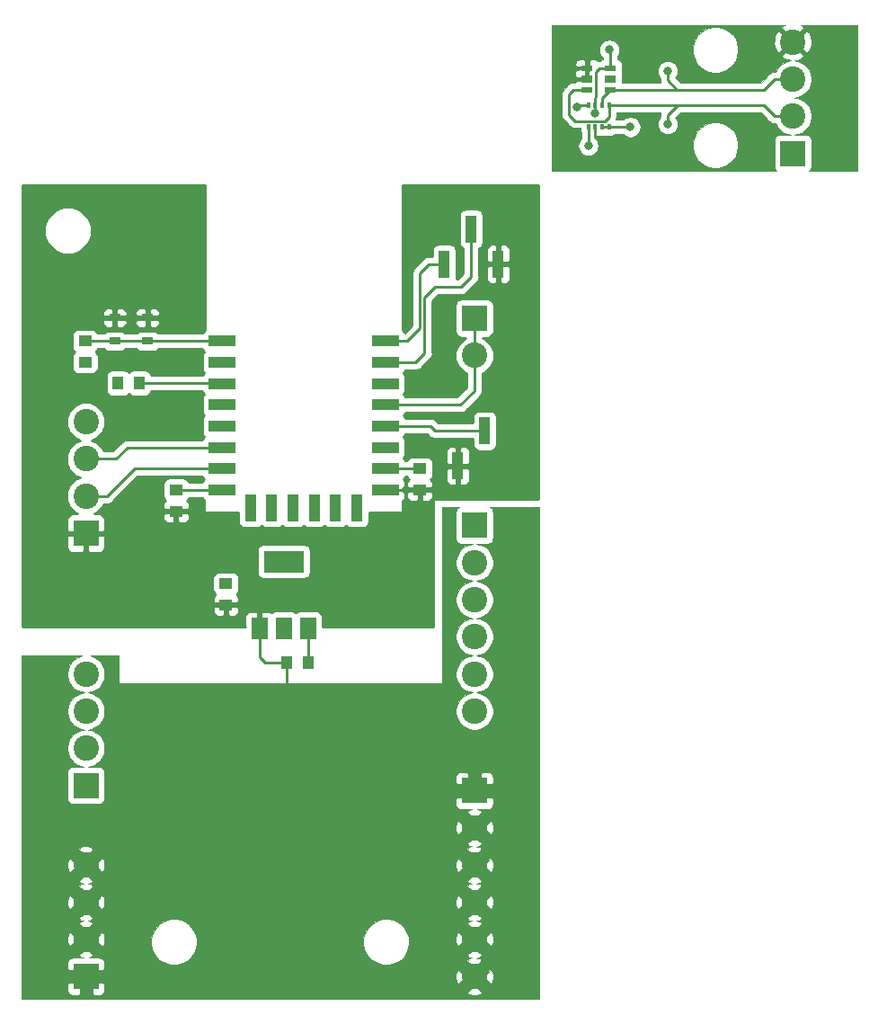
<source format=gbr>
G04 #@! TF.GenerationSoftware,KiCad,Pcbnew,(5.0.0)*
G04 #@! TF.CreationDate,2019-11-27T07:53:08+01:00*
G04 #@! TF.ProjectId,hexagon,68657861676F6E2E6B696361645F7063,rev?*
G04 #@! TF.SameCoordinates,Original*
G04 #@! TF.FileFunction,Copper,L1,Top,Signal*
G04 #@! TF.FilePolarity,Positive*
%FSLAX46Y46*%
G04 Gerber Fmt 4.6, Leading zero omitted, Abs format (unit mm)*
G04 Created by KiCad (PCBNEW (5.0.0)) date 11/27/19 07:53:08*
%MOMM*%
%LPD*%
G01*
G04 APERTURE LIST*
G04 #@! TA.AperFunction,SMDPad,CuDef*
%ADD10R,0.350000X0.500000*%
G04 #@! TD*
G04 #@! TA.AperFunction,SMDPad,CuDef*
%ADD11R,1.100000X0.600000*%
G04 #@! TD*
G04 #@! TA.AperFunction,SMDPad,CuDef*
%ADD12R,1.100000X0.700000*%
G04 #@! TD*
G04 #@! TA.AperFunction,ComponentPad*
%ADD13C,2.400000*%
G04 #@! TD*
G04 #@! TA.AperFunction,ComponentPad*
%ADD14R,2.400000X2.400000*%
G04 #@! TD*
G04 #@! TA.AperFunction,SMDPad,CuDef*
%ADD15R,1.000760X1.249680*%
G04 #@! TD*
G04 #@! TA.AperFunction,SMDPad,CuDef*
%ADD16R,1.249680X1.000760*%
G04 #@! TD*
G04 #@! TA.AperFunction,SMDPad,CuDef*
%ADD17R,1.000000X2.510000*%
G04 #@! TD*
G04 #@! TA.AperFunction,SMDPad,CuDef*
%ADD18R,2.500000X1.100000*%
G04 #@! TD*
G04 #@! TA.AperFunction,SMDPad,CuDef*
%ADD19R,1.100000X2.500000*%
G04 #@! TD*
G04 #@! TA.AperFunction,SMDPad,CuDef*
%ADD20R,3.800000X2.000000*%
G04 #@! TD*
G04 #@! TA.AperFunction,SMDPad,CuDef*
%ADD21R,1.500000X2.000000*%
G04 #@! TD*
G04 #@! TA.AperFunction,ViaPad*
%ADD22C,0.800000*%
G04 #@! TD*
G04 #@! TA.AperFunction,Conductor*
%ADD23C,0.250000*%
G04 #@! TD*
G04 #@! TA.AperFunction,Conductor*
%ADD24C,0.100000*%
G04 #@! TD*
G04 #@! TA.AperFunction,Conductor*
%ADD25C,0.254000*%
G04 #@! TD*
G04 APERTURE END LIST*
D10*
G04 #@! TO.P,U1,4*
G04 #@! TO.N,/SCL*
X80975000Y-33200000D03*
G04 #@! TO.P,U1,3*
G04 #@! TO.N,/SDA*
X80325000Y-33200000D03*
G04 #@! TO.P,U1,2*
G04 #@! TO.N,+3V3*
X79675000Y-33200000D03*
G04 #@! TO.P,U1,1*
G04 #@! TO.N,GNDD*
X79025000Y-33200000D03*
G04 #@! TO.P,U1,8*
G04 #@! TO.N,+3V3*
X79025000Y-35250000D03*
G04 #@! TO.P,U1,7*
G04 #@! TO.N,GNDD*
X79675000Y-35250000D03*
G04 #@! TO.P,U1,6*
G04 #@! TO.N,+3V3*
X80325000Y-35250000D03*
G04 #@! TO.P,U1,5*
X80975000Y-35250000D03*
G04 #@! TD*
D11*
G04 #@! TO.P,U2,5*
G04 #@! TO.N,/SDA*
X81100000Y-31725000D03*
D12*
G04 #@! TO.P,U2,6*
G04 #@! TO.N,Net-(U2-Pad6)*
X81100000Y-30725000D03*
D11*
G04 #@! TO.P,U2,1*
G04 #@! TO.N,+3V3*
X81100000Y-29725000D03*
G04 #@! TO.P,U2,2*
G04 #@! TO.N,GNDD*
X78900000Y-29725000D03*
D12*
G04 #@! TO.P,U2,3*
X78900000Y-30725000D03*
D11*
G04 #@! TO.P,U2,4*
G04 #@! TO.N,/SCL*
X78900000Y-31725000D03*
G04 #@! TD*
D13*
G04 #@! TO.P,J5,4*
G04 #@! TO.N,GNDD*
X98300000Y-27225000D03*
G04 #@! TO.P,J5,3*
G04 #@! TO.N,/SDA*
X98300000Y-30725000D03*
D14*
G04 #@! TO.P,J5,1*
G04 #@! TO.N,+3V3*
X98300000Y-37725000D03*
D13*
G04 #@! TO.P,J5,2*
G04 #@! TO.N,/SCL*
X98300000Y-34225000D03*
G04 #@! TD*
G04 #@! TO.P,J6,2*
G04 #@! TO.N,/SDA*
X31700000Y-69999800D03*
D14*
G04 #@! TO.P,J6,1*
G04 #@! TO.N,GNDD*
X31700000Y-73499800D03*
D13*
G04 #@! TO.P,J6,3*
G04 #@! TO.N,/SCL*
X31700000Y-66499800D03*
G04 #@! TO.P,J6,4*
G04 #@! TO.N,+3V3*
X31700000Y-62999800D03*
G04 #@! TD*
D15*
G04 #@! TO.P,C1,2*
G04 #@! TO.N,GNDD*
X50650140Y-85661500D03*
G04 #@! TO.P,C1,1*
G04 #@! TO.N,+5V*
X52651660Y-85661500D03*
G04 #@! TD*
D16*
G04 #@! TO.P,C3,1*
G04 #@! TO.N,+3V3*
X44894500Y-78249780D03*
G04 #@! TO.P,C3,2*
G04 #@! TO.N,GNDD*
X44894500Y-80251300D03*
G04 #@! TD*
G04 #@! TO.P,C6,2*
G04 #@! TO.N,GNDD*
X40195500Y-71424800D03*
G04 #@! TO.P,C6,1*
G04 #@! TO.N,+3V3*
X40195500Y-69423280D03*
G04 #@! TD*
D13*
G04 #@! TO.P,J1,4*
G04 #@! TO.N,+5V*
X31700000Y-86750000D03*
G04 #@! TO.P,J1,3*
X31700000Y-90250000D03*
D14*
G04 #@! TO.P,J1,1*
X31700000Y-97250000D03*
D13*
G04 #@! TO.P,J1,2*
X31700000Y-93750000D03*
G04 #@! TD*
G04 #@! TO.P,J2,2*
G04 #@! TO.N,GNDD*
X31700000Y-111750000D03*
D14*
G04 #@! TO.P,J2,1*
X31700000Y-115250000D03*
D13*
G04 #@! TO.P,J2,3*
X31700000Y-108250000D03*
G04 #@! TO.P,J2,4*
X31700000Y-104750000D03*
G04 #@! TD*
G04 #@! TO.P,J3,6*
G04 #@! TO.N,+5V*
X68300000Y-90250000D03*
G04 #@! TO.P,J3,5*
X68300000Y-86750000D03*
G04 #@! TO.P,J3,4*
X68300000Y-83250000D03*
G04 #@! TO.P,J3,3*
X68300000Y-79750000D03*
D14*
G04 #@! TO.P,J3,1*
X68300000Y-72750000D03*
D13*
G04 #@! TO.P,J3,2*
X68300000Y-76250000D03*
G04 #@! TD*
G04 #@! TO.P,J4,2*
G04 #@! TO.N,GNDD*
X68300000Y-101250000D03*
D14*
G04 #@! TO.P,J4,1*
X68300000Y-97750000D03*
D13*
G04 #@! TO.P,J4,3*
X68300000Y-104750000D03*
G04 #@! TO.P,J4,4*
X68300000Y-108250000D03*
G04 #@! TO.P,J4,5*
X68300000Y-111750000D03*
G04 #@! TO.P,J4,6*
X68300000Y-115250000D03*
G04 #@! TD*
G04 #@! TO.P,J7,2*
G04 #@! TO.N,Net-(J7-Pad1)*
X68300000Y-56750000D03*
D14*
G04 #@! TO.P,J7,1*
X68300000Y-53250000D03*
G04 #@! TD*
D17*
G04 #@! TO.P,JP1,1*
G04 #@! TO.N,GNDD*
X66730000Y-67155000D03*
G04 #@! TO.P,JP1,2*
G04 #@! TO.N,Net-(JP1-Pad2)*
X69270000Y-63845000D03*
G04 #@! TD*
D16*
G04 #@! TO.P,R3,1*
G04 #@! TO.N,+3V3*
X31610300Y-57398920D03*
G04 #@! TO.P,R3,2*
G04 #@! TO.N,Net-(R3-Pad2)*
X31610300Y-55397400D03*
G04 #@! TD*
D15*
G04 #@! TO.P,R4,2*
G04 #@! TO.N,Net-(R4-Pad2)*
X36715700Y-59372500D03*
G04 #@! TO.P,R4,1*
G04 #@! TO.N,+3V3*
X34714180Y-59372500D03*
G04 #@! TD*
D16*
G04 #@! TO.P,R5,1*
G04 #@! TO.N,Net-(R5-Pad1)*
X63152020Y-67416680D03*
G04 #@! TO.P,R5,2*
G04 #@! TO.N,GNDD*
X63152020Y-69418200D03*
G04 #@! TD*
D12*
G04 #@! TO.P,SW1,1*
G04 #@! TO.N,GNDD*
X34403700Y-53205200D03*
G04 #@! TO.P,SW1,2*
G04 #@! TO.N,Net-(R3-Pad2)*
X34403700Y-55405200D03*
G04 #@! TO.P,SW1,3*
G04 #@! TO.N,GNDD*
X37503700Y-53205200D03*
G04 #@! TO.P,SW1,4*
G04 #@! TO.N,Net-(R3-Pad2)*
X37503700Y-55405200D03*
G04 #@! TD*
D18*
G04 #@! TO.P,U4,1*
G04 #@! TO.N,Net-(R3-Pad2)*
X44512000Y-55410100D03*
G04 #@! TO.P,U4,2*
G04 #@! TO.N,Net-(U4-Pad2)*
X44512000Y-57410100D03*
G04 #@! TO.P,U4,3*
G04 #@! TO.N,Net-(R4-Pad2)*
X44512000Y-59410100D03*
G04 #@! TO.P,U4,4*
G04 #@! TO.N,Net-(U4-Pad4)*
X44512000Y-61410100D03*
G04 #@! TO.P,U4,5*
G04 #@! TO.N,Net-(U4-Pad5)*
X44512000Y-63410100D03*
G04 #@! TO.P,U4,6*
G04 #@! TO.N,/SCL*
X44512000Y-65410100D03*
G04 #@! TO.P,U4,7*
G04 #@! TO.N,/SDA*
X44512000Y-67410100D03*
G04 #@! TO.P,U4,8*
G04 #@! TO.N,+3V3*
X44512000Y-69410100D03*
G04 #@! TO.P,U4,9*
G04 #@! TO.N,GNDD*
X59912000Y-69410100D03*
G04 #@! TO.P,U4,10*
G04 #@! TO.N,Net-(R5-Pad1)*
X59912000Y-67410100D03*
G04 #@! TO.P,U4,11*
G04 #@! TO.N,Net-(U4-Pad11)*
X59912000Y-65410100D03*
G04 #@! TO.P,U4,12*
G04 #@! TO.N,Net-(JP1-Pad2)*
X59912000Y-63410100D03*
G04 #@! TO.P,U4,13*
G04 #@! TO.N,Net-(J7-Pad1)*
X59912000Y-61410100D03*
G04 #@! TO.P,U4,14*
G04 #@! TO.N,Net-(U4-Pad14)*
X59912000Y-59410100D03*
G04 #@! TO.P,U4,15*
G04 #@! TO.N,Net-(J8-Pad2)*
X59912000Y-57410100D03*
G04 #@! TO.P,U4,16*
G04 #@! TO.N,Net-(J8-Pad1)*
X59912000Y-55410100D03*
D19*
G04 #@! TO.P,U4,17*
G04 #@! TO.N,Net-(U4-Pad17)*
X47202000Y-71110100D03*
G04 #@! TO.P,U4,18*
G04 #@! TO.N,Net-(U4-Pad18)*
X49202000Y-71110100D03*
G04 #@! TO.P,U4,19*
G04 #@! TO.N,Net-(U4-Pad19)*
X51202000Y-71110100D03*
G04 #@! TO.P,U4,20*
G04 #@! TO.N,Net-(U4-Pad20)*
X53202000Y-71110100D03*
G04 #@! TO.P,U4,21*
G04 #@! TO.N,Net-(U4-Pad21)*
X55202000Y-71110100D03*
G04 #@! TO.P,U4,22*
G04 #@! TO.N,Net-(U4-Pad22)*
X57202000Y-71110100D03*
G04 #@! TD*
D20*
G04 #@! TO.P,U3,2*
G04 #@! TO.N,+3V3*
X50330100Y-76161500D03*
D21*
X50330100Y-82461500D03*
G04 #@! TO.P,U3,3*
G04 #@! TO.N,+5V*
X52630100Y-82461500D03*
G04 #@! TO.P,U3,1*
G04 #@! TO.N,GNDD*
X48030100Y-82461500D03*
G04 #@! TD*
D17*
G04 #@! TO.P,J8,1*
G04 #@! TO.N,Net-(J8-Pad1)*
X65460000Y-48155000D03*
G04 #@! TO.P,J8,3*
G04 #@! TO.N,GNDD*
X70540000Y-48155000D03*
G04 #@! TO.P,J8,2*
G04 #@! TO.N,Net-(J8-Pad2)*
X68000000Y-44845000D03*
G04 #@! TD*
D22*
G04 #@! TO.N,GNDD*
X78900000Y-27950740D03*
X77597100Y-35903300D03*
X81000760Y-37020900D03*
X77941100Y-33401400D03*
G04 #@! TO.N,+5V*
X52651660Y-85661500D03*
G04 #@! TO.N,+3V3*
X50330100Y-76161500D03*
X50330100Y-82461500D03*
X44894500Y-78249780D03*
X40195500Y-69423280D03*
X34714180Y-59372500D03*
X31610300Y-57398920D03*
X79692600Y-33949999D03*
X81000760Y-27975000D03*
X79025000Y-36995140D03*
X82989000Y-35250000D03*
G04 #@! TO.N,/SDA*
X86500760Y-29975000D03*
G04 #@! TO.N,/SCL*
X86500760Y-34975000D03*
G04 #@! TD*
D23*
G04 #@! TO.N,GNDD*
X36703700Y-53205200D02*
X34403700Y-53205200D01*
X37503700Y-53205200D02*
X36703700Y-53205200D01*
X30446800Y-73499800D02*
X31992800Y-73499800D01*
X48030100Y-85139500D02*
X48030100Y-82461500D01*
X50650140Y-85661500D02*
X48552100Y-85661500D01*
X48552100Y-85661500D02*
X48030100Y-85139500D01*
X50650140Y-85661500D02*
X50650140Y-89133680D01*
X50650140Y-89133680D02*
X50866040Y-89349580D01*
X59220100Y-69418200D02*
X63152020Y-69418200D01*
X59212000Y-69410100D02*
X59220100Y-69418200D01*
X80600761Y-36620901D02*
X81000760Y-37020900D01*
X79667200Y-35757800D02*
X79667200Y-36182700D01*
X79667200Y-36182700D02*
X80111700Y-36627200D01*
X79675000Y-35250000D02*
X79675000Y-35750000D01*
X78142500Y-33200000D02*
X77941100Y-33401400D01*
X79025000Y-33200000D02*
X78142500Y-33200000D01*
X80111700Y-36627200D02*
X80117999Y-36620901D01*
X78900000Y-27950740D02*
X78999240Y-27851500D01*
X80117999Y-36620901D02*
X80600761Y-36620901D01*
X78900000Y-29725000D02*
X78900000Y-27950740D01*
X79675000Y-35750000D02*
X79667200Y-35757800D01*
G04 #@! TO.N,+5V*
X52664360Y-85674200D02*
X52651660Y-85661500D01*
X52651660Y-82483060D02*
X52630100Y-82461500D01*
X52651660Y-85661500D02*
X52651660Y-82483060D01*
G04 #@! TO.N,+3V3*
X45198820Y-69423280D02*
X40195500Y-69423280D01*
X45212000Y-69410100D02*
X45198820Y-69423280D01*
X79675000Y-33200000D02*
X79675000Y-32513590D01*
X79025000Y-36995140D02*
X78999240Y-37020900D01*
X79675000Y-33200000D02*
X79675000Y-33932399D01*
X81100000Y-29725000D02*
X81100000Y-28074240D01*
X79775001Y-32413589D02*
X79775001Y-30029699D01*
X79675000Y-33932399D02*
X79692600Y-33949999D01*
X79775001Y-30029699D02*
X80079700Y-29725000D01*
X80975000Y-35250000D02*
X82989000Y-35250000D01*
X79675000Y-32513590D02*
X79775001Y-32413589D01*
X81100000Y-28074240D02*
X81000760Y-27975000D01*
X79025000Y-35250000D02*
X79025000Y-36995140D01*
X80079700Y-29725000D02*
X81100000Y-29725000D01*
X80325000Y-35250000D02*
X80975000Y-35250000D01*
G04 #@! TO.N,Net-(J7-Pad1)*
X68300000Y-60076680D02*
X68300000Y-56750000D01*
X59212000Y-61410100D02*
X66966580Y-61410100D01*
X66966580Y-61410100D02*
X68300000Y-60076680D01*
X68300000Y-55052944D02*
X68300000Y-53250000D01*
X68300000Y-56750000D02*
X68300000Y-55052944D01*
G04 #@! TO.N,Net-(JP1-Pad2)*
X59212000Y-63410100D02*
X64139080Y-63410100D01*
X64573980Y-63845000D02*
X69270000Y-63845000D01*
X64139080Y-63410100D02*
X64573980Y-63845000D01*
G04 #@! TO.N,Net-(R3-Pad2)*
X36703700Y-55405200D02*
X34403700Y-55405200D01*
X37503700Y-55405200D02*
X36703700Y-55405200D01*
X31618100Y-55405200D02*
X31610300Y-55397400D01*
X34403700Y-55405200D02*
X31618100Y-55405200D01*
X45207100Y-55405200D02*
X37503700Y-55405200D01*
X45212000Y-55410100D02*
X45207100Y-55405200D01*
G04 #@! TO.N,Net-(R4-Pad2)*
X45174400Y-59372500D02*
X36715700Y-59372500D01*
X45212000Y-59410100D02*
X45174400Y-59372500D01*
G04 #@! TO.N,Net-(R5-Pad1)*
X59212000Y-67410100D02*
X59226200Y-67424300D01*
X59218580Y-67416680D02*
X63152020Y-67416680D01*
X59212000Y-67410100D02*
X59218580Y-67416680D01*
G04 #@! TO.N,/SDA*
X36279556Y-67410100D02*
X45212000Y-67410100D01*
X33689856Y-69999800D02*
X36279556Y-67410100D01*
X31992800Y-69999800D02*
X33689856Y-69999800D01*
X96602944Y-30725000D02*
X95602944Y-31725000D01*
X87960300Y-31725000D02*
X81900000Y-31725000D01*
X86500760Y-29975000D02*
X86500760Y-30849840D01*
X95602944Y-31725000D02*
X87960300Y-31725000D01*
X87375920Y-31725000D02*
X87960300Y-31725000D01*
X80325000Y-32500000D02*
X81100000Y-31725000D01*
X86500760Y-30849840D02*
X87375920Y-31725000D01*
X81900000Y-31725000D02*
X81100000Y-31725000D01*
X80325000Y-33200000D02*
X80325000Y-32500000D01*
X98300000Y-30725000D02*
X96602944Y-30725000D01*
G04 #@! TO.N,/SCL*
X45212000Y-65410100D02*
X39083000Y-65410100D01*
X39083000Y-65410100D02*
X39075400Y-65417700D01*
X39075400Y-65417700D02*
X35623500Y-65417700D01*
X34541400Y-66499800D02*
X31992800Y-66499800D01*
X35623500Y-65417700D02*
X34541400Y-66499800D01*
X80577401Y-34674999D02*
X77803899Y-34674999D01*
X95577944Y-33200000D02*
X96602944Y-34225000D01*
X80975000Y-33200000D02*
X80975000Y-34277400D01*
X80975000Y-33200000D02*
X87973000Y-33200000D01*
X77216100Y-34087200D02*
X77216100Y-32156800D01*
X77803899Y-34674999D02*
X77216100Y-34087200D01*
X78100000Y-31725000D02*
X78900000Y-31725000D01*
X87973000Y-33200000D02*
X95577944Y-33200000D01*
X86500760Y-34975000D02*
X86500760Y-34100160D01*
X96602944Y-34225000D02*
X98300000Y-34225000D01*
X86500760Y-34100160D02*
X87400920Y-33200000D01*
X87400920Y-33200000D02*
X87973000Y-33200000D01*
X80975000Y-34277400D02*
X80577401Y-34674999D01*
X77647900Y-31725000D02*
X78100000Y-31725000D01*
X77216100Y-32156800D02*
X77647900Y-31725000D01*
G04 #@! TO.N,Net-(J8-Pad1)*
X59212000Y-55410100D02*
X61968380Y-55410100D01*
X61968380Y-55410100D02*
X63146940Y-54231540D01*
X63146940Y-54231540D02*
X63146940Y-49009300D01*
X64001240Y-48155000D02*
X65460000Y-48155000D01*
X63146940Y-49009300D02*
X64001240Y-48155000D01*
G04 #@! TO.N,Net-(J8-Pad2)*
X62749680Y-57410100D02*
X63596949Y-56562831D01*
X59212000Y-57410100D02*
X62749680Y-57410100D01*
X63596949Y-56562831D02*
X63596950Y-51294870D01*
X68000000Y-49363240D02*
X68000000Y-44845000D01*
X63596950Y-51294870D02*
X64566800Y-50325020D01*
X64566800Y-50325020D02*
X67038220Y-50325020D01*
X67038220Y-50325020D02*
X68000000Y-49363240D01*
G04 #@! TD*
D24*
G04 #@! TO.N,GNDD*
G36*
X66792958Y-71090479D02*
X66709210Y-71159210D01*
X66640479Y-71242958D01*
X66589408Y-71338506D01*
X66557958Y-71442181D01*
X66547339Y-71550000D01*
X66547339Y-73950000D01*
X66557958Y-74057819D01*
X66589408Y-74161494D01*
X66640479Y-74257042D01*
X66709210Y-74340790D01*
X66792958Y-74409521D01*
X66888506Y-74460592D01*
X66992181Y-74492042D01*
X67100000Y-74502661D01*
X68114262Y-74502661D01*
X67789544Y-74567251D01*
X67471064Y-74699170D01*
X67184440Y-74890686D01*
X66940686Y-75134440D01*
X66749170Y-75421064D01*
X66617251Y-75739544D01*
X66550000Y-76077640D01*
X66550000Y-76422360D01*
X66617251Y-76760456D01*
X66749170Y-77078936D01*
X66940686Y-77365560D01*
X67184440Y-77609314D01*
X67471064Y-77800830D01*
X67789544Y-77932749D01*
X68127640Y-78000000D01*
X67789544Y-78067251D01*
X67471064Y-78199170D01*
X67184440Y-78390686D01*
X66940686Y-78634440D01*
X66749170Y-78921064D01*
X66617251Y-79239544D01*
X66550000Y-79577640D01*
X66550000Y-79922360D01*
X66617251Y-80260456D01*
X66749170Y-80578936D01*
X66940686Y-80865560D01*
X67184440Y-81109314D01*
X67471064Y-81300830D01*
X67789544Y-81432749D01*
X68127640Y-81500000D01*
X67789544Y-81567251D01*
X67471064Y-81699170D01*
X67184440Y-81890686D01*
X66940686Y-82134440D01*
X66749170Y-82421064D01*
X66617251Y-82739544D01*
X66550000Y-83077640D01*
X66550000Y-83422360D01*
X66617251Y-83760456D01*
X66749170Y-84078936D01*
X66940686Y-84365560D01*
X67184440Y-84609314D01*
X67471064Y-84800830D01*
X67789544Y-84932749D01*
X68127640Y-85000000D01*
X67789544Y-85067251D01*
X67471064Y-85199170D01*
X67184440Y-85390686D01*
X66940686Y-85634440D01*
X66749170Y-85921064D01*
X66617251Y-86239544D01*
X66550000Y-86577640D01*
X66550000Y-86922360D01*
X66617251Y-87260456D01*
X66749170Y-87578936D01*
X66940686Y-87865560D01*
X67184440Y-88109314D01*
X67471064Y-88300830D01*
X67789544Y-88432749D01*
X68127640Y-88500000D01*
X67789544Y-88567251D01*
X67471064Y-88699170D01*
X67184440Y-88890686D01*
X66940686Y-89134440D01*
X66749170Y-89421064D01*
X66617251Y-89739544D01*
X66550000Y-90077640D01*
X66550000Y-90422360D01*
X66617251Y-90760456D01*
X66749170Y-91078936D01*
X66940686Y-91365560D01*
X67184440Y-91609314D01*
X67471064Y-91800830D01*
X67789544Y-91932749D01*
X68127640Y-92000000D01*
X68472360Y-92000000D01*
X68810456Y-91932749D01*
X69128936Y-91800830D01*
X69415560Y-91609314D01*
X69659314Y-91365560D01*
X69850830Y-91078936D01*
X69982749Y-90760456D01*
X70050000Y-90422360D01*
X70050000Y-90077640D01*
X69982749Y-89739544D01*
X69850830Y-89421064D01*
X69659314Y-89134440D01*
X69415560Y-88890686D01*
X69128936Y-88699170D01*
X68810456Y-88567251D01*
X68472360Y-88500000D01*
X68810456Y-88432749D01*
X69128936Y-88300830D01*
X69415560Y-88109314D01*
X69659314Y-87865560D01*
X69850830Y-87578936D01*
X69982749Y-87260456D01*
X70050000Y-86922360D01*
X70050000Y-86577640D01*
X69982749Y-86239544D01*
X69850830Y-85921064D01*
X69659314Y-85634440D01*
X69415560Y-85390686D01*
X69128936Y-85199170D01*
X68810456Y-85067251D01*
X68472360Y-85000000D01*
X68810456Y-84932749D01*
X69128936Y-84800830D01*
X69415560Y-84609314D01*
X69659314Y-84365560D01*
X69850830Y-84078936D01*
X69982749Y-83760456D01*
X70050000Y-83422360D01*
X70050000Y-83077640D01*
X69982749Y-82739544D01*
X69850830Y-82421064D01*
X69659314Y-82134440D01*
X69415560Y-81890686D01*
X69128936Y-81699170D01*
X68810456Y-81567251D01*
X68472360Y-81500000D01*
X68810456Y-81432749D01*
X69128936Y-81300830D01*
X69415560Y-81109314D01*
X69659314Y-80865560D01*
X69850830Y-80578936D01*
X69982749Y-80260456D01*
X70050000Y-79922360D01*
X70050000Y-79577640D01*
X69982749Y-79239544D01*
X69850830Y-78921064D01*
X69659314Y-78634440D01*
X69415560Y-78390686D01*
X69128936Y-78199170D01*
X68810456Y-78067251D01*
X68472360Y-78000000D01*
X68810456Y-77932749D01*
X69128936Y-77800830D01*
X69415560Y-77609314D01*
X69659314Y-77365560D01*
X69850830Y-77078936D01*
X69982749Y-76760456D01*
X70050000Y-76422360D01*
X70050000Y-76077640D01*
X69982749Y-75739544D01*
X69850830Y-75421064D01*
X69659314Y-75134440D01*
X69415560Y-74890686D01*
X69128936Y-74699170D01*
X68810456Y-74567251D01*
X68485738Y-74502661D01*
X69500000Y-74502661D01*
X69607819Y-74492042D01*
X69711494Y-74460592D01*
X69807042Y-74409521D01*
X69890790Y-74340790D01*
X69959521Y-74257042D01*
X70010592Y-74161494D01*
X70042042Y-74057819D01*
X70052661Y-73950000D01*
X70052661Y-71550000D01*
X70042042Y-71442181D01*
X70010592Y-71338506D01*
X69959521Y-71242958D01*
X69890790Y-71159210D01*
X69807042Y-71090479D01*
X69731310Y-71050000D01*
X74375001Y-71050000D01*
X74375000Y-117375000D01*
X25625000Y-117375000D01*
X25625000Y-115989500D01*
X29942000Y-115989500D01*
X29942000Y-116504958D01*
X29963444Y-116612762D01*
X30005507Y-116714312D01*
X30066573Y-116805704D01*
X30144296Y-116883427D01*
X30235688Y-116944493D01*
X30337237Y-116986556D01*
X30445042Y-117008000D01*
X30960500Y-117008000D01*
X31100000Y-116868500D01*
X31100000Y-115850000D01*
X32300000Y-115850000D01*
X32300000Y-116868500D01*
X32439500Y-117008000D01*
X32954958Y-117008000D01*
X33062763Y-116986556D01*
X33164312Y-116944493D01*
X33255704Y-116883427D01*
X33333427Y-116805704D01*
X33374894Y-116743644D01*
X67654884Y-116743644D01*
X67808812Y-116946843D01*
X68149287Y-117010065D01*
X68495555Y-117005649D01*
X68791188Y-116946843D01*
X68945116Y-116743644D01*
X68300000Y-116098528D01*
X67654884Y-116743644D01*
X33374894Y-116743644D01*
X33394493Y-116714312D01*
X33436556Y-116612762D01*
X33458000Y-116504958D01*
X33458000Y-115989500D01*
X33318500Y-115850000D01*
X32300000Y-115850000D01*
X31100000Y-115850000D01*
X30081500Y-115850000D01*
X29942000Y-115989500D01*
X25625000Y-115989500D01*
X25625000Y-115099287D01*
X66539935Y-115099287D01*
X66544351Y-115445555D01*
X66603157Y-115741188D01*
X66806356Y-115895116D01*
X67451472Y-115250000D01*
X69148528Y-115250000D01*
X69793644Y-115895116D01*
X69996843Y-115741188D01*
X70060065Y-115400713D01*
X70055649Y-115054445D01*
X69996843Y-114758812D01*
X69793644Y-114604884D01*
X69148528Y-115250000D01*
X67451472Y-115250000D01*
X66806356Y-114604884D01*
X66603157Y-114758812D01*
X66539935Y-115099287D01*
X25625000Y-115099287D01*
X25625000Y-113995042D01*
X29942000Y-113995042D01*
X29942000Y-114510500D01*
X30081500Y-114650000D01*
X31100000Y-114650000D01*
X31100000Y-114280000D01*
X32300000Y-114280000D01*
X32300000Y-114650000D01*
X33318500Y-114650000D01*
X33458000Y-114510500D01*
X33458000Y-113995042D01*
X33436556Y-113887238D01*
X33394493Y-113785688D01*
X33333427Y-113694296D01*
X33255704Y-113616573D01*
X33164312Y-113555507D01*
X33062763Y-113513444D01*
X32954958Y-113492000D01*
X31964172Y-113492000D01*
X32191188Y-113446843D01*
X32345116Y-113243644D01*
X31700000Y-112598528D01*
X31054884Y-113243644D01*
X31208812Y-113446843D01*
X31452000Y-113492000D01*
X30445042Y-113492000D01*
X30337237Y-113513444D01*
X30235688Y-113555507D01*
X30144296Y-113616573D01*
X30066573Y-113694296D01*
X30005507Y-113785688D01*
X29963444Y-113887238D01*
X29942000Y-113995042D01*
X25625000Y-113995042D01*
X25625000Y-111599287D01*
X29939935Y-111599287D01*
X29944351Y-111945555D01*
X30003157Y-112241188D01*
X30206356Y-112395116D01*
X30851472Y-111750000D01*
X32548528Y-111750000D01*
X33193644Y-112395116D01*
X33396843Y-112241188D01*
X33460065Y-111900713D01*
X33458631Y-111788243D01*
X37850000Y-111788243D01*
X37850000Y-112211757D01*
X37932623Y-112627132D01*
X38094695Y-113018407D01*
X38329986Y-113370545D01*
X38629455Y-113670014D01*
X38981593Y-113905305D01*
X39372868Y-114067377D01*
X39788243Y-114150000D01*
X40211757Y-114150000D01*
X40627132Y-114067377D01*
X41018407Y-113905305D01*
X41370545Y-113670014D01*
X41670014Y-113370545D01*
X41905305Y-113018407D01*
X42067377Y-112627132D01*
X42150000Y-112211757D01*
X42150000Y-111788243D01*
X57850000Y-111788243D01*
X57850000Y-112211757D01*
X57932623Y-112627132D01*
X58094695Y-113018407D01*
X58329986Y-113370545D01*
X58629455Y-113670014D01*
X58981593Y-113905305D01*
X59372868Y-114067377D01*
X59788243Y-114150000D01*
X60211757Y-114150000D01*
X60627132Y-114067377D01*
X61018407Y-113905305D01*
X61370545Y-113670014D01*
X61670014Y-113370545D01*
X61754806Y-113243644D01*
X67654884Y-113243644D01*
X67808812Y-113446843D01*
X68085237Y-113498172D01*
X67808812Y-113553157D01*
X67654884Y-113756356D01*
X68300000Y-114401472D01*
X68945116Y-113756356D01*
X68791188Y-113553157D01*
X68514763Y-113501828D01*
X68791188Y-113446843D01*
X68945116Y-113243644D01*
X68300000Y-112598528D01*
X67654884Y-113243644D01*
X61754806Y-113243644D01*
X61905305Y-113018407D01*
X62067377Y-112627132D01*
X62150000Y-112211757D01*
X62150000Y-111788243D01*
X62112415Y-111599287D01*
X66539935Y-111599287D01*
X66544351Y-111945555D01*
X66603157Y-112241188D01*
X66806356Y-112395116D01*
X67451472Y-111750000D01*
X69148528Y-111750000D01*
X69793644Y-112395116D01*
X69996843Y-112241188D01*
X70060065Y-111900713D01*
X70055649Y-111554445D01*
X69996843Y-111258812D01*
X69793644Y-111104884D01*
X69148528Y-111750000D01*
X67451472Y-111750000D01*
X66806356Y-111104884D01*
X66603157Y-111258812D01*
X66539935Y-111599287D01*
X62112415Y-111599287D01*
X62067377Y-111372868D01*
X61905305Y-110981593D01*
X61670014Y-110629455D01*
X61370545Y-110329986D01*
X61018407Y-110094695D01*
X60627132Y-109932623D01*
X60211757Y-109850000D01*
X59788243Y-109850000D01*
X59372868Y-109932623D01*
X58981593Y-110094695D01*
X58629455Y-110329986D01*
X58329986Y-110629455D01*
X58094695Y-110981593D01*
X57932623Y-111372868D01*
X57850000Y-111788243D01*
X42150000Y-111788243D01*
X42067377Y-111372868D01*
X41905305Y-110981593D01*
X41670014Y-110629455D01*
X41370545Y-110329986D01*
X41018407Y-110094695D01*
X40627132Y-109932623D01*
X40211757Y-109850000D01*
X39788243Y-109850000D01*
X39372868Y-109932623D01*
X38981593Y-110094695D01*
X38629455Y-110329986D01*
X38329986Y-110629455D01*
X38094695Y-110981593D01*
X37932623Y-111372868D01*
X37850000Y-111788243D01*
X33458631Y-111788243D01*
X33455649Y-111554445D01*
X33396843Y-111258812D01*
X33193644Y-111104884D01*
X32548528Y-111750000D01*
X30851472Y-111750000D01*
X30206356Y-111104884D01*
X30003157Y-111258812D01*
X29939935Y-111599287D01*
X25625000Y-111599287D01*
X25625000Y-109743644D01*
X31054884Y-109743644D01*
X31208812Y-109946843D01*
X31485237Y-109998172D01*
X31208812Y-110053157D01*
X31054884Y-110256356D01*
X31700000Y-110901472D01*
X32345116Y-110256356D01*
X32191188Y-110053157D01*
X31914763Y-110001828D01*
X32191188Y-109946843D01*
X32345116Y-109743644D01*
X67654884Y-109743644D01*
X67808812Y-109946843D01*
X68085237Y-109998172D01*
X67808812Y-110053157D01*
X67654884Y-110256356D01*
X68300000Y-110901472D01*
X68945116Y-110256356D01*
X68791188Y-110053157D01*
X68514763Y-110001828D01*
X68791188Y-109946843D01*
X68945116Y-109743644D01*
X68300000Y-109098528D01*
X67654884Y-109743644D01*
X32345116Y-109743644D01*
X31700000Y-109098528D01*
X31054884Y-109743644D01*
X25625000Y-109743644D01*
X25625000Y-108099287D01*
X29939935Y-108099287D01*
X29944351Y-108445555D01*
X30003157Y-108741188D01*
X30206356Y-108895116D01*
X30851472Y-108250000D01*
X32548528Y-108250000D01*
X33193644Y-108895116D01*
X33396843Y-108741188D01*
X33460065Y-108400713D01*
X33456221Y-108099287D01*
X66539935Y-108099287D01*
X66544351Y-108445555D01*
X66603157Y-108741188D01*
X66806356Y-108895116D01*
X67451472Y-108250000D01*
X69148528Y-108250000D01*
X69793644Y-108895116D01*
X69996843Y-108741188D01*
X70060065Y-108400713D01*
X70055649Y-108054445D01*
X69996843Y-107758812D01*
X69793644Y-107604884D01*
X69148528Y-108250000D01*
X67451472Y-108250000D01*
X66806356Y-107604884D01*
X66603157Y-107758812D01*
X66539935Y-108099287D01*
X33456221Y-108099287D01*
X33455649Y-108054445D01*
X33396843Y-107758812D01*
X33193644Y-107604884D01*
X32548528Y-108250000D01*
X30851472Y-108250000D01*
X30206356Y-107604884D01*
X30003157Y-107758812D01*
X29939935Y-108099287D01*
X25625000Y-108099287D01*
X25625000Y-106243644D01*
X31054884Y-106243644D01*
X31208812Y-106446843D01*
X31485237Y-106498172D01*
X31208812Y-106553157D01*
X31054884Y-106756356D01*
X31700000Y-107401472D01*
X32345116Y-106756356D01*
X32191188Y-106553157D01*
X31914763Y-106501828D01*
X32191188Y-106446843D01*
X32345116Y-106243644D01*
X67654884Y-106243644D01*
X67808812Y-106446843D01*
X68085237Y-106498172D01*
X67808812Y-106553157D01*
X67654884Y-106756356D01*
X68300000Y-107401472D01*
X68945116Y-106756356D01*
X68791188Y-106553157D01*
X68514763Y-106501828D01*
X68791188Y-106446843D01*
X68945116Y-106243644D01*
X68300000Y-105598528D01*
X67654884Y-106243644D01*
X32345116Y-106243644D01*
X31700000Y-105598528D01*
X31054884Y-106243644D01*
X25625000Y-106243644D01*
X25625000Y-104599287D01*
X29939935Y-104599287D01*
X29944351Y-104945555D01*
X30003157Y-105241188D01*
X30206356Y-105395116D01*
X30851472Y-104750000D01*
X32548528Y-104750000D01*
X33193644Y-105395116D01*
X33396843Y-105241188D01*
X33460065Y-104900713D01*
X33456221Y-104599287D01*
X66539935Y-104599287D01*
X66544351Y-104945555D01*
X66603157Y-105241188D01*
X66806356Y-105395116D01*
X67451472Y-104750000D01*
X69148528Y-104750000D01*
X69793644Y-105395116D01*
X69996843Y-105241188D01*
X70060065Y-104900713D01*
X70055649Y-104554445D01*
X69996843Y-104258812D01*
X69793644Y-104104884D01*
X69148528Y-104750000D01*
X67451472Y-104750000D01*
X66806356Y-104104884D01*
X66603157Y-104258812D01*
X66539935Y-104599287D01*
X33456221Y-104599287D01*
X33455649Y-104554445D01*
X33396843Y-104258812D01*
X33193644Y-104104884D01*
X32548528Y-104750000D01*
X30851472Y-104750000D01*
X30206356Y-104104884D01*
X30003157Y-104258812D01*
X29939935Y-104599287D01*
X25625000Y-104599287D01*
X25625000Y-103256356D01*
X31054884Y-103256356D01*
X31700000Y-103901472D01*
X32345116Y-103256356D01*
X32191188Y-103053157D01*
X31850713Y-102989935D01*
X31504445Y-102994351D01*
X31208812Y-103053157D01*
X31054884Y-103256356D01*
X25625000Y-103256356D01*
X25625000Y-102743644D01*
X67654884Y-102743644D01*
X67808812Y-102946843D01*
X68085237Y-102998172D01*
X67808812Y-103053157D01*
X67654884Y-103256356D01*
X68300000Y-103901472D01*
X68945116Y-103256356D01*
X68791188Y-103053157D01*
X68514763Y-103001828D01*
X68791188Y-102946843D01*
X68945116Y-102743644D01*
X68300000Y-102098528D01*
X67654884Y-102743644D01*
X25625000Y-102743644D01*
X25625000Y-101099287D01*
X66539935Y-101099287D01*
X66544351Y-101445555D01*
X66603157Y-101741188D01*
X66806356Y-101895116D01*
X67451472Y-101250000D01*
X69148528Y-101250000D01*
X69793644Y-101895116D01*
X69996843Y-101741188D01*
X70060065Y-101400713D01*
X70055649Y-101054445D01*
X69996843Y-100758812D01*
X69793644Y-100604884D01*
X69148528Y-101250000D01*
X67451472Y-101250000D01*
X66806356Y-100604884D01*
X66603157Y-100758812D01*
X66539935Y-101099287D01*
X25625000Y-101099287D01*
X25625000Y-85050000D01*
X31276271Y-85050000D01*
X31189544Y-85067251D01*
X30871064Y-85199170D01*
X30584440Y-85390686D01*
X30340686Y-85634440D01*
X30149170Y-85921064D01*
X30017251Y-86239544D01*
X29950000Y-86577640D01*
X29950000Y-86922360D01*
X30017251Y-87260456D01*
X30149170Y-87578936D01*
X30340686Y-87865560D01*
X30584440Y-88109314D01*
X30871064Y-88300830D01*
X31189544Y-88432749D01*
X31527640Y-88500000D01*
X31189544Y-88567251D01*
X30871064Y-88699170D01*
X30584440Y-88890686D01*
X30340686Y-89134440D01*
X30149170Y-89421064D01*
X30017251Y-89739544D01*
X29950000Y-90077640D01*
X29950000Y-90422360D01*
X30017251Y-90760456D01*
X30149170Y-91078936D01*
X30340686Y-91365560D01*
X30584440Y-91609314D01*
X30871064Y-91800830D01*
X31189544Y-91932749D01*
X31527640Y-92000000D01*
X31189544Y-92067251D01*
X30871064Y-92199170D01*
X30584440Y-92390686D01*
X30340686Y-92634440D01*
X30149170Y-92921064D01*
X30017251Y-93239544D01*
X29950000Y-93577640D01*
X29950000Y-93922360D01*
X30017251Y-94260456D01*
X30149170Y-94578936D01*
X30340686Y-94865560D01*
X30584440Y-95109314D01*
X30871064Y-95300830D01*
X31189544Y-95432749D01*
X31514262Y-95497339D01*
X30500000Y-95497339D01*
X30392181Y-95507958D01*
X30288506Y-95539408D01*
X30192958Y-95590479D01*
X30109210Y-95659210D01*
X30040479Y-95742958D01*
X29989408Y-95838506D01*
X29957958Y-95942181D01*
X29947339Y-96050000D01*
X29947339Y-98450000D01*
X29957958Y-98557819D01*
X29989408Y-98661494D01*
X30040479Y-98757042D01*
X30109210Y-98840790D01*
X30192958Y-98909521D01*
X30288506Y-98960592D01*
X30392181Y-98992042D01*
X30500000Y-99002661D01*
X32900000Y-99002661D01*
X33007819Y-98992042D01*
X33111494Y-98960592D01*
X33207042Y-98909521D01*
X33290790Y-98840790D01*
X33359521Y-98757042D01*
X33410592Y-98661494D01*
X33442042Y-98557819D01*
X33448770Y-98489500D01*
X66542000Y-98489500D01*
X66542000Y-99004958D01*
X66563444Y-99112762D01*
X66605507Y-99214312D01*
X66666573Y-99305704D01*
X66744296Y-99383427D01*
X66835688Y-99444493D01*
X66937237Y-99486556D01*
X67045042Y-99508000D01*
X68035828Y-99508000D01*
X67808812Y-99553157D01*
X67654884Y-99756356D01*
X68300000Y-100401472D01*
X68945116Y-99756356D01*
X68791188Y-99553157D01*
X68548000Y-99508000D01*
X69554958Y-99508000D01*
X69662763Y-99486556D01*
X69764312Y-99444493D01*
X69855704Y-99383427D01*
X69933427Y-99305704D01*
X69994493Y-99214312D01*
X70036556Y-99112762D01*
X70058000Y-99004958D01*
X70058000Y-98489500D01*
X69918500Y-98350000D01*
X68900000Y-98350000D01*
X68900000Y-98720000D01*
X67700000Y-98720000D01*
X67700000Y-98350000D01*
X66681500Y-98350000D01*
X66542000Y-98489500D01*
X33448770Y-98489500D01*
X33452661Y-98450000D01*
X33452661Y-96495042D01*
X66542000Y-96495042D01*
X66542000Y-97010500D01*
X66681500Y-97150000D01*
X67700000Y-97150000D01*
X67700000Y-96131500D01*
X68900000Y-96131500D01*
X68900000Y-97150000D01*
X69918500Y-97150000D01*
X70058000Y-97010500D01*
X70058000Y-96495042D01*
X70036556Y-96387238D01*
X69994493Y-96285688D01*
X69933427Y-96194296D01*
X69855704Y-96116573D01*
X69764312Y-96055507D01*
X69662763Y-96013444D01*
X69554958Y-95992000D01*
X69039500Y-95992000D01*
X68900000Y-96131500D01*
X67700000Y-96131500D01*
X67560500Y-95992000D01*
X67045042Y-95992000D01*
X66937237Y-96013444D01*
X66835688Y-96055507D01*
X66744296Y-96116573D01*
X66666573Y-96194296D01*
X66605507Y-96285688D01*
X66563444Y-96387238D01*
X66542000Y-96495042D01*
X33452661Y-96495042D01*
X33452661Y-96050000D01*
X33442042Y-95942181D01*
X33410592Y-95838506D01*
X33359521Y-95742958D01*
X33290790Y-95659210D01*
X33207042Y-95590479D01*
X33111494Y-95539408D01*
X33007819Y-95507958D01*
X32900000Y-95497339D01*
X31885738Y-95497339D01*
X32210456Y-95432749D01*
X32528936Y-95300830D01*
X32815560Y-95109314D01*
X33059314Y-94865560D01*
X33250830Y-94578936D01*
X33382749Y-94260456D01*
X33450000Y-93922360D01*
X33450000Y-93577640D01*
X33382749Y-93239544D01*
X33250830Y-92921064D01*
X33059314Y-92634440D01*
X32815560Y-92390686D01*
X32528936Y-92199170D01*
X32210456Y-92067251D01*
X31872360Y-92000000D01*
X32210456Y-91932749D01*
X32528936Y-91800830D01*
X32815560Y-91609314D01*
X33059314Y-91365560D01*
X33250830Y-91078936D01*
X33382749Y-90760456D01*
X33450000Y-90422360D01*
X33450000Y-90077640D01*
X33382749Y-89739544D01*
X33250830Y-89421064D01*
X33059314Y-89134440D01*
X32815560Y-88890686D01*
X32528936Y-88699170D01*
X32210456Y-88567251D01*
X31872360Y-88500000D01*
X32210456Y-88432749D01*
X32528936Y-88300830D01*
X32815560Y-88109314D01*
X33059314Y-87865560D01*
X33250830Y-87578936D01*
X33382749Y-87260456D01*
X33450000Y-86922360D01*
X33450000Y-86577640D01*
X33382749Y-86239544D01*
X33250830Y-85921064D01*
X33059314Y-85634440D01*
X32815560Y-85390686D01*
X32528936Y-85199170D01*
X32210456Y-85067251D01*
X32123729Y-85050000D01*
X34750000Y-85050000D01*
X34750000Y-87600000D01*
X34750961Y-87609755D01*
X34753806Y-87619134D01*
X34758427Y-87627779D01*
X34764645Y-87635355D01*
X34772221Y-87641573D01*
X34780866Y-87646194D01*
X34790245Y-87649039D01*
X34800000Y-87650000D01*
X65200000Y-87650000D01*
X65209755Y-87649039D01*
X65219134Y-87646194D01*
X65227779Y-87641573D01*
X65235355Y-87635355D01*
X65241573Y-87627779D01*
X65246194Y-87619134D01*
X65249039Y-87609755D01*
X65250000Y-87600000D01*
X65250000Y-71050000D01*
X66868690Y-71050000D01*
X66792958Y-71090479D01*
X66792958Y-71090479D01*
G37*
X66792958Y-71090479D02*
X66709210Y-71159210D01*
X66640479Y-71242958D01*
X66589408Y-71338506D01*
X66557958Y-71442181D01*
X66547339Y-71550000D01*
X66547339Y-73950000D01*
X66557958Y-74057819D01*
X66589408Y-74161494D01*
X66640479Y-74257042D01*
X66709210Y-74340790D01*
X66792958Y-74409521D01*
X66888506Y-74460592D01*
X66992181Y-74492042D01*
X67100000Y-74502661D01*
X68114262Y-74502661D01*
X67789544Y-74567251D01*
X67471064Y-74699170D01*
X67184440Y-74890686D01*
X66940686Y-75134440D01*
X66749170Y-75421064D01*
X66617251Y-75739544D01*
X66550000Y-76077640D01*
X66550000Y-76422360D01*
X66617251Y-76760456D01*
X66749170Y-77078936D01*
X66940686Y-77365560D01*
X67184440Y-77609314D01*
X67471064Y-77800830D01*
X67789544Y-77932749D01*
X68127640Y-78000000D01*
X67789544Y-78067251D01*
X67471064Y-78199170D01*
X67184440Y-78390686D01*
X66940686Y-78634440D01*
X66749170Y-78921064D01*
X66617251Y-79239544D01*
X66550000Y-79577640D01*
X66550000Y-79922360D01*
X66617251Y-80260456D01*
X66749170Y-80578936D01*
X66940686Y-80865560D01*
X67184440Y-81109314D01*
X67471064Y-81300830D01*
X67789544Y-81432749D01*
X68127640Y-81500000D01*
X67789544Y-81567251D01*
X67471064Y-81699170D01*
X67184440Y-81890686D01*
X66940686Y-82134440D01*
X66749170Y-82421064D01*
X66617251Y-82739544D01*
X66550000Y-83077640D01*
X66550000Y-83422360D01*
X66617251Y-83760456D01*
X66749170Y-84078936D01*
X66940686Y-84365560D01*
X67184440Y-84609314D01*
X67471064Y-84800830D01*
X67789544Y-84932749D01*
X68127640Y-85000000D01*
X67789544Y-85067251D01*
X67471064Y-85199170D01*
X67184440Y-85390686D01*
X66940686Y-85634440D01*
X66749170Y-85921064D01*
X66617251Y-86239544D01*
X66550000Y-86577640D01*
X66550000Y-86922360D01*
X66617251Y-87260456D01*
X66749170Y-87578936D01*
X66940686Y-87865560D01*
X67184440Y-88109314D01*
X67471064Y-88300830D01*
X67789544Y-88432749D01*
X68127640Y-88500000D01*
X67789544Y-88567251D01*
X67471064Y-88699170D01*
X67184440Y-88890686D01*
X66940686Y-89134440D01*
X66749170Y-89421064D01*
X66617251Y-89739544D01*
X66550000Y-90077640D01*
X66550000Y-90422360D01*
X66617251Y-90760456D01*
X66749170Y-91078936D01*
X66940686Y-91365560D01*
X67184440Y-91609314D01*
X67471064Y-91800830D01*
X67789544Y-91932749D01*
X68127640Y-92000000D01*
X68472360Y-92000000D01*
X68810456Y-91932749D01*
X69128936Y-91800830D01*
X69415560Y-91609314D01*
X69659314Y-91365560D01*
X69850830Y-91078936D01*
X69982749Y-90760456D01*
X70050000Y-90422360D01*
X70050000Y-90077640D01*
X69982749Y-89739544D01*
X69850830Y-89421064D01*
X69659314Y-89134440D01*
X69415560Y-88890686D01*
X69128936Y-88699170D01*
X68810456Y-88567251D01*
X68472360Y-88500000D01*
X68810456Y-88432749D01*
X69128936Y-88300830D01*
X69415560Y-88109314D01*
X69659314Y-87865560D01*
X69850830Y-87578936D01*
X69982749Y-87260456D01*
X70050000Y-86922360D01*
X70050000Y-86577640D01*
X69982749Y-86239544D01*
X69850830Y-85921064D01*
X69659314Y-85634440D01*
X69415560Y-85390686D01*
X69128936Y-85199170D01*
X68810456Y-85067251D01*
X68472360Y-85000000D01*
X68810456Y-84932749D01*
X69128936Y-84800830D01*
X69415560Y-84609314D01*
X69659314Y-84365560D01*
X69850830Y-84078936D01*
X69982749Y-83760456D01*
X70050000Y-83422360D01*
X70050000Y-83077640D01*
X69982749Y-82739544D01*
X69850830Y-82421064D01*
X69659314Y-82134440D01*
X69415560Y-81890686D01*
X69128936Y-81699170D01*
X68810456Y-81567251D01*
X68472360Y-81500000D01*
X68810456Y-81432749D01*
X69128936Y-81300830D01*
X69415560Y-81109314D01*
X69659314Y-80865560D01*
X69850830Y-80578936D01*
X69982749Y-80260456D01*
X70050000Y-79922360D01*
X70050000Y-79577640D01*
X69982749Y-79239544D01*
X69850830Y-78921064D01*
X69659314Y-78634440D01*
X69415560Y-78390686D01*
X69128936Y-78199170D01*
X68810456Y-78067251D01*
X68472360Y-78000000D01*
X68810456Y-77932749D01*
X69128936Y-77800830D01*
X69415560Y-77609314D01*
X69659314Y-77365560D01*
X69850830Y-77078936D01*
X69982749Y-76760456D01*
X70050000Y-76422360D01*
X70050000Y-76077640D01*
X69982749Y-75739544D01*
X69850830Y-75421064D01*
X69659314Y-75134440D01*
X69415560Y-74890686D01*
X69128936Y-74699170D01*
X68810456Y-74567251D01*
X68485738Y-74502661D01*
X69500000Y-74502661D01*
X69607819Y-74492042D01*
X69711494Y-74460592D01*
X69807042Y-74409521D01*
X69890790Y-74340790D01*
X69959521Y-74257042D01*
X70010592Y-74161494D01*
X70042042Y-74057819D01*
X70052661Y-73950000D01*
X70052661Y-71550000D01*
X70042042Y-71442181D01*
X70010592Y-71338506D01*
X69959521Y-71242958D01*
X69890790Y-71159210D01*
X69807042Y-71090479D01*
X69731310Y-71050000D01*
X74375001Y-71050000D01*
X74375000Y-117375000D01*
X25625000Y-117375000D01*
X25625000Y-115989500D01*
X29942000Y-115989500D01*
X29942000Y-116504958D01*
X29963444Y-116612762D01*
X30005507Y-116714312D01*
X30066573Y-116805704D01*
X30144296Y-116883427D01*
X30235688Y-116944493D01*
X30337237Y-116986556D01*
X30445042Y-117008000D01*
X30960500Y-117008000D01*
X31100000Y-116868500D01*
X31100000Y-115850000D01*
X32300000Y-115850000D01*
X32300000Y-116868500D01*
X32439500Y-117008000D01*
X32954958Y-117008000D01*
X33062763Y-116986556D01*
X33164312Y-116944493D01*
X33255704Y-116883427D01*
X33333427Y-116805704D01*
X33374894Y-116743644D01*
X67654884Y-116743644D01*
X67808812Y-116946843D01*
X68149287Y-117010065D01*
X68495555Y-117005649D01*
X68791188Y-116946843D01*
X68945116Y-116743644D01*
X68300000Y-116098528D01*
X67654884Y-116743644D01*
X33374894Y-116743644D01*
X33394493Y-116714312D01*
X33436556Y-116612762D01*
X33458000Y-116504958D01*
X33458000Y-115989500D01*
X33318500Y-115850000D01*
X32300000Y-115850000D01*
X31100000Y-115850000D01*
X30081500Y-115850000D01*
X29942000Y-115989500D01*
X25625000Y-115989500D01*
X25625000Y-115099287D01*
X66539935Y-115099287D01*
X66544351Y-115445555D01*
X66603157Y-115741188D01*
X66806356Y-115895116D01*
X67451472Y-115250000D01*
X69148528Y-115250000D01*
X69793644Y-115895116D01*
X69996843Y-115741188D01*
X70060065Y-115400713D01*
X70055649Y-115054445D01*
X69996843Y-114758812D01*
X69793644Y-114604884D01*
X69148528Y-115250000D01*
X67451472Y-115250000D01*
X66806356Y-114604884D01*
X66603157Y-114758812D01*
X66539935Y-115099287D01*
X25625000Y-115099287D01*
X25625000Y-113995042D01*
X29942000Y-113995042D01*
X29942000Y-114510500D01*
X30081500Y-114650000D01*
X31100000Y-114650000D01*
X31100000Y-114280000D01*
X32300000Y-114280000D01*
X32300000Y-114650000D01*
X33318500Y-114650000D01*
X33458000Y-114510500D01*
X33458000Y-113995042D01*
X33436556Y-113887238D01*
X33394493Y-113785688D01*
X33333427Y-113694296D01*
X33255704Y-113616573D01*
X33164312Y-113555507D01*
X33062763Y-113513444D01*
X32954958Y-113492000D01*
X31964172Y-113492000D01*
X32191188Y-113446843D01*
X32345116Y-113243644D01*
X31700000Y-112598528D01*
X31054884Y-113243644D01*
X31208812Y-113446843D01*
X31452000Y-113492000D01*
X30445042Y-113492000D01*
X30337237Y-113513444D01*
X30235688Y-113555507D01*
X30144296Y-113616573D01*
X30066573Y-113694296D01*
X30005507Y-113785688D01*
X29963444Y-113887238D01*
X29942000Y-113995042D01*
X25625000Y-113995042D01*
X25625000Y-111599287D01*
X29939935Y-111599287D01*
X29944351Y-111945555D01*
X30003157Y-112241188D01*
X30206356Y-112395116D01*
X30851472Y-111750000D01*
X32548528Y-111750000D01*
X33193644Y-112395116D01*
X33396843Y-112241188D01*
X33460065Y-111900713D01*
X33458631Y-111788243D01*
X37850000Y-111788243D01*
X37850000Y-112211757D01*
X37932623Y-112627132D01*
X38094695Y-113018407D01*
X38329986Y-113370545D01*
X38629455Y-113670014D01*
X38981593Y-113905305D01*
X39372868Y-114067377D01*
X39788243Y-114150000D01*
X40211757Y-114150000D01*
X40627132Y-114067377D01*
X41018407Y-113905305D01*
X41370545Y-113670014D01*
X41670014Y-113370545D01*
X41905305Y-113018407D01*
X42067377Y-112627132D01*
X42150000Y-112211757D01*
X42150000Y-111788243D01*
X57850000Y-111788243D01*
X57850000Y-112211757D01*
X57932623Y-112627132D01*
X58094695Y-113018407D01*
X58329986Y-113370545D01*
X58629455Y-113670014D01*
X58981593Y-113905305D01*
X59372868Y-114067377D01*
X59788243Y-114150000D01*
X60211757Y-114150000D01*
X60627132Y-114067377D01*
X61018407Y-113905305D01*
X61370545Y-113670014D01*
X61670014Y-113370545D01*
X61754806Y-113243644D01*
X67654884Y-113243644D01*
X67808812Y-113446843D01*
X68085237Y-113498172D01*
X67808812Y-113553157D01*
X67654884Y-113756356D01*
X68300000Y-114401472D01*
X68945116Y-113756356D01*
X68791188Y-113553157D01*
X68514763Y-113501828D01*
X68791188Y-113446843D01*
X68945116Y-113243644D01*
X68300000Y-112598528D01*
X67654884Y-113243644D01*
X61754806Y-113243644D01*
X61905305Y-113018407D01*
X62067377Y-112627132D01*
X62150000Y-112211757D01*
X62150000Y-111788243D01*
X62112415Y-111599287D01*
X66539935Y-111599287D01*
X66544351Y-111945555D01*
X66603157Y-112241188D01*
X66806356Y-112395116D01*
X67451472Y-111750000D01*
X69148528Y-111750000D01*
X69793644Y-112395116D01*
X69996843Y-112241188D01*
X70060065Y-111900713D01*
X70055649Y-111554445D01*
X69996843Y-111258812D01*
X69793644Y-111104884D01*
X69148528Y-111750000D01*
X67451472Y-111750000D01*
X66806356Y-111104884D01*
X66603157Y-111258812D01*
X66539935Y-111599287D01*
X62112415Y-111599287D01*
X62067377Y-111372868D01*
X61905305Y-110981593D01*
X61670014Y-110629455D01*
X61370545Y-110329986D01*
X61018407Y-110094695D01*
X60627132Y-109932623D01*
X60211757Y-109850000D01*
X59788243Y-109850000D01*
X59372868Y-109932623D01*
X58981593Y-110094695D01*
X58629455Y-110329986D01*
X58329986Y-110629455D01*
X58094695Y-110981593D01*
X57932623Y-111372868D01*
X57850000Y-111788243D01*
X42150000Y-111788243D01*
X42067377Y-111372868D01*
X41905305Y-110981593D01*
X41670014Y-110629455D01*
X41370545Y-110329986D01*
X41018407Y-110094695D01*
X40627132Y-109932623D01*
X40211757Y-109850000D01*
X39788243Y-109850000D01*
X39372868Y-109932623D01*
X38981593Y-110094695D01*
X38629455Y-110329986D01*
X38329986Y-110629455D01*
X38094695Y-110981593D01*
X37932623Y-111372868D01*
X37850000Y-111788243D01*
X33458631Y-111788243D01*
X33455649Y-111554445D01*
X33396843Y-111258812D01*
X33193644Y-111104884D01*
X32548528Y-111750000D01*
X30851472Y-111750000D01*
X30206356Y-111104884D01*
X30003157Y-111258812D01*
X29939935Y-111599287D01*
X25625000Y-111599287D01*
X25625000Y-109743644D01*
X31054884Y-109743644D01*
X31208812Y-109946843D01*
X31485237Y-109998172D01*
X31208812Y-110053157D01*
X31054884Y-110256356D01*
X31700000Y-110901472D01*
X32345116Y-110256356D01*
X32191188Y-110053157D01*
X31914763Y-110001828D01*
X32191188Y-109946843D01*
X32345116Y-109743644D01*
X67654884Y-109743644D01*
X67808812Y-109946843D01*
X68085237Y-109998172D01*
X67808812Y-110053157D01*
X67654884Y-110256356D01*
X68300000Y-110901472D01*
X68945116Y-110256356D01*
X68791188Y-110053157D01*
X68514763Y-110001828D01*
X68791188Y-109946843D01*
X68945116Y-109743644D01*
X68300000Y-109098528D01*
X67654884Y-109743644D01*
X32345116Y-109743644D01*
X31700000Y-109098528D01*
X31054884Y-109743644D01*
X25625000Y-109743644D01*
X25625000Y-108099287D01*
X29939935Y-108099287D01*
X29944351Y-108445555D01*
X30003157Y-108741188D01*
X30206356Y-108895116D01*
X30851472Y-108250000D01*
X32548528Y-108250000D01*
X33193644Y-108895116D01*
X33396843Y-108741188D01*
X33460065Y-108400713D01*
X33456221Y-108099287D01*
X66539935Y-108099287D01*
X66544351Y-108445555D01*
X66603157Y-108741188D01*
X66806356Y-108895116D01*
X67451472Y-108250000D01*
X69148528Y-108250000D01*
X69793644Y-108895116D01*
X69996843Y-108741188D01*
X70060065Y-108400713D01*
X70055649Y-108054445D01*
X69996843Y-107758812D01*
X69793644Y-107604884D01*
X69148528Y-108250000D01*
X67451472Y-108250000D01*
X66806356Y-107604884D01*
X66603157Y-107758812D01*
X66539935Y-108099287D01*
X33456221Y-108099287D01*
X33455649Y-108054445D01*
X33396843Y-107758812D01*
X33193644Y-107604884D01*
X32548528Y-108250000D01*
X30851472Y-108250000D01*
X30206356Y-107604884D01*
X30003157Y-107758812D01*
X29939935Y-108099287D01*
X25625000Y-108099287D01*
X25625000Y-106243644D01*
X31054884Y-106243644D01*
X31208812Y-106446843D01*
X31485237Y-106498172D01*
X31208812Y-106553157D01*
X31054884Y-106756356D01*
X31700000Y-107401472D01*
X32345116Y-106756356D01*
X32191188Y-106553157D01*
X31914763Y-106501828D01*
X32191188Y-106446843D01*
X32345116Y-106243644D01*
X67654884Y-106243644D01*
X67808812Y-106446843D01*
X68085237Y-106498172D01*
X67808812Y-106553157D01*
X67654884Y-106756356D01*
X68300000Y-107401472D01*
X68945116Y-106756356D01*
X68791188Y-106553157D01*
X68514763Y-106501828D01*
X68791188Y-106446843D01*
X68945116Y-106243644D01*
X68300000Y-105598528D01*
X67654884Y-106243644D01*
X32345116Y-106243644D01*
X31700000Y-105598528D01*
X31054884Y-106243644D01*
X25625000Y-106243644D01*
X25625000Y-104599287D01*
X29939935Y-104599287D01*
X29944351Y-104945555D01*
X30003157Y-105241188D01*
X30206356Y-105395116D01*
X30851472Y-104750000D01*
X32548528Y-104750000D01*
X33193644Y-105395116D01*
X33396843Y-105241188D01*
X33460065Y-104900713D01*
X33456221Y-104599287D01*
X66539935Y-104599287D01*
X66544351Y-104945555D01*
X66603157Y-105241188D01*
X66806356Y-105395116D01*
X67451472Y-104750000D01*
X69148528Y-104750000D01*
X69793644Y-105395116D01*
X69996843Y-105241188D01*
X70060065Y-104900713D01*
X70055649Y-104554445D01*
X69996843Y-104258812D01*
X69793644Y-104104884D01*
X69148528Y-104750000D01*
X67451472Y-104750000D01*
X66806356Y-104104884D01*
X66603157Y-104258812D01*
X66539935Y-104599287D01*
X33456221Y-104599287D01*
X33455649Y-104554445D01*
X33396843Y-104258812D01*
X33193644Y-104104884D01*
X32548528Y-104750000D01*
X30851472Y-104750000D01*
X30206356Y-104104884D01*
X30003157Y-104258812D01*
X29939935Y-104599287D01*
X25625000Y-104599287D01*
X25625000Y-103256356D01*
X31054884Y-103256356D01*
X31700000Y-103901472D01*
X32345116Y-103256356D01*
X32191188Y-103053157D01*
X31850713Y-102989935D01*
X31504445Y-102994351D01*
X31208812Y-103053157D01*
X31054884Y-103256356D01*
X25625000Y-103256356D01*
X25625000Y-102743644D01*
X67654884Y-102743644D01*
X67808812Y-102946843D01*
X68085237Y-102998172D01*
X67808812Y-103053157D01*
X67654884Y-103256356D01*
X68300000Y-103901472D01*
X68945116Y-103256356D01*
X68791188Y-103053157D01*
X68514763Y-103001828D01*
X68791188Y-102946843D01*
X68945116Y-102743644D01*
X68300000Y-102098528D01*
X67654884Y-102743644D01*
X25625000Y-102743644D01*
X25625000Y-101099287D01*
X66539935Y-101099287D01*
X66544351Y-101445555D01*
X66603157Y-101741188D01*
X66806356Y-101895116D01*
X67451472Y-101250000D01*
X69148528Y-101250000D01*
X69793644Y-101895116D01*
X69996843Y-101741188D01*
X70060065Y-101400713D01*
X70055649Y-101054445D01*
X69996843Y-100758812D01*
X69793644Y-100604884D01*
X69148528Y-101250000D01*
X67451472Y-101250000D01*
X66806356Y-100604884D01*
X66603157Y-100758812D01*
X66539935Y-101099287D01*
X25625000Y-101099287D01*
X25625000Y-85050000D01*
X31276271Y-85050000D01*
X31189544Y-85067251D01*
X30871064Y-85199170D01*
X30584440Y-85390686D01*
X30340686Y-85634440D01*
X30149170Y-85921064D01*
X30017251Y-86239544D01*
X29950000Y-86577640D01*
X29950000Y-86922360D01*
X30017251Y-87260456D01*
X30149170Y-87578936D01*
X30340686Y-87865560D01*
X30584440Y-88109314D01*
X30871064Y-88300830D01*
X31189544Y-88432749D01*
X31527640Y-88500000D01*
X31189544Y-88567251D01*
X30871064Y-88699170D01*
X30584440Y-88890686D01*
X30340686Y-89134440D01*
X30149170Y-89421064D01*
X30017251Y-89739544D01*
X29950000Y-90077640D01*
X29950000Y-90422360D01*
X30017251Y-90760456D01*
X30149170Y-91078936D01*
X30340686Y-91365560D01*
X30584440Y-91609314D01*
X30871064Y-91800830D01*
X31189544Y-91932749D01*
X31527640Y-92000000D01*
X31189544Y-92067251D01*
X30871064Y-92199170D01*
X30584440Y-92390686D01*
X30340686Y-92634440D01*
X30149170Y-92921064D01*
X30017251Y-93239544D01*
X29950000Y-93577640D01*
X29950000Y-93922360D01*
X30017251Y-94260456D01*
X30149170Y-94578936D01*
X30340686Y-94865560D01*
X30584440Y-95109314D01*
X30871064Y-95300830D01*
X31189544Y-95432749D01*
X31514262Y-95497339D01*
X30500000Y-95497339D01*
X30392181Y-95507958D01*
X30288506Y-95539408D01*
X30192958Y-95590479D01*
X30109210Y-95659210D01*
X30040479Y-95742958D01*
X29989408Y-95838506D01*
X29957958Y-95942181D01*
X29947339Y-96050000D01*
X29947339Y-98450000D01*
X29957958Y-98557819D01*
X29989408Y-98661494D01*
X30040479Y-98757042D01*
X30109210Y-98840790D01*
X30192958Y-98909521D01*
X30288506Y-98960592D01*
X30392181Y-98992042D01*
X30500000Y-99002661D01*
X32900000Y-99002661D01*
X33007819Y-98992042D01*
X33111494Y-98960592D01*
X33207042Y-98909521D01*
X33290790Y-98840790D01*
X33359521Y-98757042D01*
X33410592Y-98661494D01*
X33442042Y-98557819D01*
X33448770Y-98489500D01*
X66542000Y-98489500D01*
X66542000Y-99004958D01*
X66563444Y-99112762D01*
X66605507Y-99214312D01*
X66666573Y-99305704D01*
X66744296Y-99383427D01*
X66835688Y-99444493D01*
X66937237Y-99486556D01*
X67045042Y-99508000D01*
X68035828Y-99508000D01*
X67808812Y-99553157D01*
X67654884Y-99756356D01*
X68300000Y-100401472D01*
X68945116Y-99756356D01*
X68791188Y-99553157D01*
X68548000Y-99508000D01*
X69554958Y-99508000D01*
X69662763Y-99486556D01*
X69764312Y-99444493D01*
X69855704Y-99383427D01*
X69933427Y-99305704D01*
X69994493Y-99214312D01*
X70036556Y-99112762D01*
X70058000Y-99004958D01*
X70058000Y-98489500D01*
X69918500Y-98350000D01*
X68900000Y-98350000D01*
X68900000Y-98720000D01*
X67700000Y-98720000D01*
X67700000Y-98350000D01*
X66681500Y-98350000D01*
X66542000Y-98489500D01*
X33448770Y-98489500D01*
X33452661Y-98450000D01*
X33452661Y-96495042D01*
X66542000Y-96495042D01*
X66542000Y-97010500D01*
X66681500Y-97150000D01*
X67700000Y-97150000D01*
X67700000Y-96131500D01*
X68900000Y-96131500D01*
X68900000Y-97150000D01*
X69918500Y-97150000D01*
X70058000Y-97010500D01*
X70058000Y-96495042D01*
X70036556Y-96387238D01*
X69994493Y-96285688D01*
X69933427Y-96194296D01*
X69855704Y-96116573D01*
X69764312Y-96055507D01*
X69662763Y-96013444D01*
X69554958Y-95992000D01*
X69039500Y-95992000D01*
X68900000Y-96131500D01*
X67700000Y-96131500D01*
X67560500Y-95992000D01*
X67045042Y-95992000D01*
X66937237Y-96013444D01*
X66835688Y-96055507D01*
X66744296Y-96116573D01*
X66666573Y-96194296D01*
X66605507Y-96285688D01*
X66563444Y-96387238D01*
X66542000Y-96495042D01*
X33452661Y-96495042D01*
X33452661Y-96050000D01*
X33442042Y-95942181D01*
X33410592Y-95838506D01*
X33359521Y-95742958D01*
X33290790Y-95659210D01*
X33207042Y-95590479D01*
X33111494Y-95539408D01*
X33007819Y-95507958D01*
X32900000Y-95497339D01*
X31885738Y-95497339D01*
X32210456Y-95432749D01*
X32528936Y-95300830D01*
X32815560Y-95109314D01*
X33059314Y-94865560D01*
X33250830Y-94578936D01*
X33382749Y-94260456D01*
X33450000Y-93922360D01*
X33450000Y-93577640D01*
X33382749Y-93239544D01*
X33250830Y-92921064D01*
X33059314Y-92634440D01*
X32815560Y-92390686D01*
X32528936Y-92199170D01*
X32210456Y-92067251D01*
X31872360Y-92000000D01*
X32210456Y-91932749D01*
X32528936Y-91800830D01*
X32815560Y-91609314D01*
X33059314Y-91365560D01*
X33250830Y-91078936D01*
X33382749Y-90760456D01*
X33450000Y-90422360D01*
X33450000Y-90077640D01*
X33382749Y-89739544D01*
X33250830Y-89421064D01*
X33059314Y-89134440D01*
X32815560Y-88890686D01*
X32528936Y-88699170D01*
X32210456Y-88567251D01*
X31872360Y-88500000D01*
X32210456Y-88432749D01*
X32528936Y-88300830D01*
X32815560Y-88109314D01*
X33059314Y-87865560D01*
X33250830Y-87578936D01*
X33382749Y-87260456D01*
X33450000Y-86922360D01*
X33450000Y-86577640D01*
X33382749Y-86239544D01*
X33250830Y-85921064D01*
X33059314Y-85634440D01*
X32815560Y-85390686D01*
X32528936Y-85199170D01*
X32210456Y-85067251D01*
X32123729Y-85050000D01*
X34750000Y-85050000D01*
X34750000Y-87600000D01*
X34750961Y-87609755D01*
X34753806Y-87619134D01*
X34758427Y-87627779D01*
X34764645Y-87635355D01*
X34772221Y-87641573D01*
X34780866Y-87646194D01*
X34790245Y-87649039D01*
X34800000Y-87650000D01*
X65200000Y-87650000D01*
X65209755Y-87649039D01*
X65219134Y-87646194D01*
X65227779Y-87641573D01*
X65235355Y-87635355D01*
X65241573Y-87627779D01*
X65246194Y-87619134D01*
X65249039Y-87609755D01*
X65250000Y-87600000D01*
X65250000Y-71050000D01*
X66868690Y-71050000D01*
X66792958Y-71090479D01*
D25*
G36*
X42887900Y-46697658D02*
X42887900Y-46697704D01*
X42876103Y-54354241D01*
X42804191Y-54402291D01*
X42663843Y-54612335D01*
X42657306Y-54645200D01*
X38543454Y-54645200D01*
X38511509Y-54597391D01*
X38301465Y-54457043D01*
X38053700Y-54407760D01*
X36953700Y-54407760D01*
X36705935Y-54457043D01*
X36495891Y-54597391D01*
X36463946Y-54645200D01*
X35443454Y-54645200D01*
X35411509Y-54597391D01*
X35201465Y-54457043D01*
X34953700Y-54407760D01*
X33853700Y-54407760D01*
X33605935Y-54457043D01*
X33395891Y-54597391D01*
X33363946Y-54645200D01*
X32830588Y-54645200D01*
X32692949Y-54439211D01*
X32482905Y-54298863D01*
X32235140Y-54249580D01*
X30985460Y-54249580D01*
X30737695Y-54298863D01*
X30527651Y-54439211D01*
X30387303Y-54649255D01*
X30338020Y-54897020D01*
X30338020Y-55897780D01*
X30387303Y-56145545D01*
X30527651Y-56355589D01*
X30591363Y-56398160D01*
X30527651Y-56440731D01*
X30387303Y-56650775D01*
X30338020Y-56898540D01*
X30338020Y-57899300D01*
X30387303Y-58147065D01*
X30527651Y-58357109D01*
X30737695Y-58497457D01*
X30985460Y-58546740D01*
X32235140Y-58546740D01*
X32482905Y-58497457D01*
X32692949Y-58357109D01*
X32833297Y-58147065D01*
X32882580Y-57899300D01*
X32882580Y-56898540D01*
X32833297Y-56650775D01*
X32692949Y-56440731D01*
X32629237Y-56398160D01*
X32692949Y-56355589D01*
X32820164Y-56165200D01*
X33363946Y-56165200D01*
X33395891Y-56213009D01*
X33605935Y-56353357D01*
X33853700Y-56402640D01*
X34953700Y-56402640D01*
X35201465Y-56353357D01*
X35411509Y-56213009D01*
X35443454Y-56165200D01*
X36463946Y-56165200D01*
X36495891Y-56213009D01*
X36705935Y-56353357D01*
X36953700Y-56402640D01*
X38053700Y-56402640D01*
X38301465Y-56353357D01*
X38511509Y-56213009D01*
X38543454Y-56165200D01*
X42655356Y-56165200D01*
X42663843Y-56207865D01*
X42798973Y-56410100D01*
X42663843Y-56612335D01*
X42614560Y-56860100D01*
X42614560Y-57960100D01*
X42663843Y-58207865D01*
X42798973Y-58410100D01*
X42663843Y-58612335D01*
X42663810Y-58612500D01*
X37836635Y-58612500D01*
X37814237Y-58499895D01*
X37673889Y-58289851D01*
X37463845Y-58149503D01*
X37216080Y-58100220D01*
X36215320Y-58100220D01*
X35967555Y-58149503D01*
X35757511Y-58289851D01*
X35714940Y-58353563D01*
X35672369Y-58289851D01*
X35462325Y-58149503D01*
X35214560Y-58100220D01*
X34213800Y-58100220D01*
X33966035Y-58149503D01*
X33755991Y-58289851D01*
X33615643Y-58499895D01*
X33566360Y-58747660D01*
X33566360Y-59997340D01*
X33615643Y-60245105D01*
X33755991Y-60455149D01*
X33966035Y-60595497D01*
X34213800Y-60644780D01*
X35214560Y-60644780D01*
X35462325Y-60595497D01*
X35672369Y-60455149D01*
X35714940Y-60391437D01*
X35757511Y-60455149D01*
X35967555Y-60595497D01*
X36215320Y-60644780D01*
X37216080Y-60644780D01*
X37463845Y-60595497D01*
X37673889Y-60455149D01*
X37814237Y-60245105D01*
X37836635Y-60132500D01*
X42648852Y-60132500D01*
X42663843Y-60207865D01*
X42798973Y-60410100D01*
X42663843Y-60612335D01*
X42614560Y-60860100D01*
X42614560Y-61960100D01*
X42663843Y-62207865D01*
X42798973Y-62410100D01*
X42663843Y-62612335D01*
X42614560Y-62860100D01*
X42614560Y-63960100D01*
X42663843Y-64207865D01*
X42798973Y-64410100D01*
X42663843Y-64612335D01*
X42656331Y-64650100D01*
X39157846Y-64650100D01*
X39082999Y-64635212D01*
X39008152Y-64650100D01*
X39008148Y-64650100D01*
X38969940Y-64657700D01*
X35698346Y-64657700D01*
X35623499Y-64642812D01*
X35548652Y-64657700D01*
X35548648Y-64657700D01*
X35326963Y-64701796D01*
X35326961Y-64701797D01*
X35326962Y-64701797D01*
X35139026Y-64827371D01*
X35139024Y-64827373D01*
X35075571Y-64869771D01*
X35033173Y-64933225D01*
X34226599Y-65739800D01*
X33371387Y-65739800D01*
X33255638Y-65460356D01*
X32739444Y-64944162D01*
X32270212Y-64749800D01*
X32739444Y-64555438D01*
X33255638Y-64039244D01*
X33535000Y-63364804D01*
X33535000Y-62634796D01*
X33255638Y-61960356D01*
X32739444Y-61444162D01*
X32065004Y-61164800D01*
X31334996Y-61164800D01*
X30660556Y-61444162D01*
X30144362Y-61960356D01*
X29865000Y-62634796D01*
X29865000Y-63364804D01*
X30144362Y-64039244D01*
X30660556Y-64555438D01*
X31129788Y-64749800D01*
X30660556Y-64944162D01*
X30144362Y-65460356D01*
X29865000Y-66134796D01*
X29865000Y-66864804D01*
X30144362Y-67539244D01*
X30660556Y-68055438D01*
X31129788Y-68249800D01*
X30660556Y-68444162D01*
X30144362Y-68960356D01*
X29865000Y-69634796D01*
X29865000Y-70364804D01*
X30144362Y-71039244D01*
X30660556Y-71555438D01*
X30924579Y-71664800D01*
X30373690Y-71664800D01*
X30140301Y-71761473D01*
X29961673Y-71940102D01*
X29865000Y-72173491D01*
X29865000Y-73214050D01*
X30023750Y-73372800D01*
X31573000Y-73372800D01*
X31573000Y-73352800D01*
X31827000Y-73352800D01*
X31827000Y-73372800D01*
X33376250Y-73372800D01*
X33535000Y-73214050D01*
X33535000Y-72173491D01*
X33438327Y-71940102D01*
X33259699Y-71761473D01*
X33136761Y-71710550D01*
X38935660Y-71710550D01*
X38935660Y-72051489D01*
X39032333Y-72284878D01*
X39210961Y-72463507D01*
X39444350Y-72560180D01*
X39909750Y-72560180D01*
X40068500Y-72401430D01*
X40068500Y-71551800D01*
X40322500Y-71551800D01*
X40322500Y-72401430D01*
X40481250Y-72560180D01*
X40946650Y-72560180D01*
X41180039Y-72463507D01*
X41358667Y-72284878D01*
X41455340Y-72051489D01*
X41455340Y-71710550D01*
X41296590Y-71551800D01*
X40322500Y-71551800D01*
X40068500Y-71551800D01*
X39094410Y-71551800D01*
X38935660Y-71710550D01*
X33136761Y-71710550D01*
X33026310Y-71664800D01*
X32475421Y-71664800D01*
X32739444Y-71555438D01*
X33255638Y-71039244D01*
X33371387Y-70759800D01*
X33615009Y-70759800D01*
X33689856Y-70774688D01*
X33764703Y-70759800D01*
X33764708Y-70759800D01*
X33986393Y-70715704D01*
X34237785Y-70547729D01*
X34280187Y-70484270D01*
X36594358Y-68170100D01*
X42656331Y-68170100D01*
X42663843Y-68207865D01*
X42798973Y-68410100D01*
X42663843Y-68612335D01*
X42653710Y-68663280D01*
X41410576Y-68663280D01*
X41278149Y-68465091D01*
X41068105Y-68324743D01*
X40820340Y-68275460D01*
X39570660Y-68275460D01*
X39322895Y-68324743D01*
X39112851Y-68465091D01*
X38972503Y-68675135D01*
X38923220Y-68922900D01*
X38923220Y-69923660D01*
X38972503Y-70171425D01*
X39112851Y-70381469D01*
X39174435Y-70422619D01*
X39032333Y-70564722D01*
X38935660Y-70798111D01*
X38935660Y-71139050D01*
X39094410Y-71297800D01*
X40068500Y-71297800D01*
X40068500Y-71277800D01*
X40322500Y-71277800D01*
X40322500Y-71297800D01*
X41296590Y-71297800D01*
X41455340Y-71139050D01*
X41455340Y-70798111D01*
X41358667Y-70564722D01*
X41216565Y-70422619D01*
X41278149Y-70381469D01*
X41410576Y-70183280D01*
X42658953Y-70183280D01*
X42663843Y-70207865D01*
X42804191Y-70417909D01*
X42851303Y-70449388D01*
X42849800Y-71424604D01*
X42859467Y-71473401D01*
X42886997Y-71514603D01*
X42928199Y-71542133D01*
X42976800Y-71551800D01*
X46004560Y-71551800D01*
X46004560Y-72360100D01*
X46053843Y-72607865D01*
X46194191Y-72817909D01*
X46404235Y-72958257D01*
X46652000Y-73007540D01*
X47752000Y-73007540D01*
X47999765Y-72958257D01*
X48202000Y-72823127D01*
X48404235Y-72958257D01*
X48652000Y-73007540D01*
X49752000Y-73007540D01*
X49999765Y-72958257D01*
X50202000Y-72823127D01*
X50404235Y-72958257D01*
X50652000Y-73007540D01*
X51752000Y-73007540D01*
X51999765Y-72958257D01*
X52202000Y-72823127D01*
X52404235Y-72958257D01*
X52652000Y-73007540D01*
X53752000Y-73007540D01*
X53999765Y-72958257D01*
X54202000Y-72823127D01*
X54404235Y-72958257D01*
X54652000Y-73007540D01*
X55752000Y-73007540D01*
X55999765Y-72958257D01*
X56202000Y-72823127D01*
X56404235Y-72958257D01*
X56652000Y-73007540D01*
X57752000Y-73007540D01*
X57999765Y-72958257D01*
X58209809Y-72817909D01*
X58350157Y-72607865D01*
X58399440Y-72360100D01*
X58399440Y-71551800D01*
X61417200Y-71551800D01*
X61465801Y-71542133D01*
X61507003Y-71514603D01*
X61534533Y-71473401D01*
X61544200Y-71424800D01*
X61544200Y-70475925D01*
X61700327Y-70319799D01*
X61797000Y-70086410D01*
X61797000Y-69703950D01*
X61892180Y-69703950D01*
X61892180Y-70044889D01*
X61988853Y-70278278D01*
X62167481Y-70456907D01*
X62400870Y-70553580D01*
X62866270Y-70553580D01*
X63025020Y-70394830D01*
X63025020Y-69545200D01*
X63279020Y-69545200D01*
X63279020Y-70394830D01*
X63437770Y-70553580D01*
X63903170Y-70553580D01*
X64136559Y-70456907D01*
X64315187Y-70278278D01*
X64411860Y-70044889D01*
X64411860Y-69703950D01*
X64253110Y-69545200D01*
X63279020Y-69545200D01*
X63025020Y-69545200D01*
X62050930Y-69545200D01*
X61892180Y-69703950D01*
X61797000Y-69703950D01*
X61797000Y-69695850D01*
X61638250Y-69537100D01*
X61544200Y-69537100D01*
X61544200Y-69283100D01*
X61638250Y-69283100D01*
X61797000Y-69124350D01*
X61797000Y-68733790D01*
X61700327Y-68500401D01*
X61618625Y-68418700D01*
X61619809Y-68417909D01*
X61760157Y-68207865D01*
X61766360Y-68176680D01*
X61936944Y-68176680D01*
X62069371Y-68374869D01*
X62130955Y-68416019D01*
X61988853Y-68558122D01*
X61892180Y-68791511D01*
X61892180Y-69132450D01*
X62050930Y-69291200D01*
X63025020Y-69291200D01*
X63025020Y-69271200D01*
X63279020Y-69271200D01*
X63279020Y-69291200D01*
X64253110Y-69291200D01*
X64411860Y-69132450D01*
X64411860Y-68791511D01*
X64315187Y-68558122D01*
X64173085Y-68416019D01*
X64234669Y-68374869D01*
X64375017Y-68164825D01*
X64424300Y-67917060D01*
X64424300Y-67440750D01*
X65595000Y-67440750D01*
X65595000Y-68536309D01*
X65691673Y-68769698D01*
X65870301Y-68948327D01*
X66103690Y-69045000D01*
X66444250Y-69045000D01*
X66603000Y-68886250D01*
X66603000Y-67282000D01*
X66857000Y-67282000D01*
X66857000Y-68886250D01*
X67015750Y-69045000D01*
X67356310Y-69045000D01*
X67589699Y-68948327D01*
X67768327Y-68769698D01*
X67865000Y-68536309D01*
X67865000Y-67440750D01*
X67706250Y-67282000D01*
X66857000Y-67282000D01*
X66603000Y-67282000D01*
X65753750Y-67282000D01*
X65595000Y-67440750D01*
X64424300Y-67440750D01*
X64424300Y-66916300D01*
X64375017Y-66668535D01*
X64234669Y-66458491D01*
X64024625Y-66318143D01*
X63776860Y-66268860D01*
X62527180Y-66268860D01*
X62279415Y-66318143D01*
X62069371Y-66458491D01*
X61936944Y-66656680D01*
X61768978Y-66656680D01*
X61760157Y-66612335D01*
X61625027Y-66410100D01*
X61760157Y-66207865D01*
X61809440Y-65960100D01*
X61809440Y-65773691D01*
X65595000Y-65773691D01*
X65595000Y-66869250D01*
X65753750Y-67028000D01*
X66603000Y-67028000D01*
X66603000Y-65423750D01*
X66857000Y-65423750D01*
X66857000Y-67028000D01*
X67706250Y-67028000D01*
X67865000Y-66869250D01*
X67865000Y-65773691D01*
X67768327Y-65540302D01*
X67589699Y-65361673D01*
X67356310Y-65265000D01*
X67015750Y-65265000D01*
X66857000Y-65423750D01*
X66603000Y-65423750D01*
X66444250Y-65265000D01*
X66103690Y-65265000D01*
X65870301Y-65361673D01*
X65691673Y-65540302D01*
X65595000Y-65773691D01*
X61809440Y-65773691D01*
X61809440Y-64860100D01*
X61760157Y-64612335D01*
X61625027Y-64410100D01*
X61760157Y-64207865D01*
X61767669Y-64170100D01*
X63824278Y-64170100D01*
X63983651Y-64329472D01*
X64026051Y-64392929D01*
X64277443Y-64560904D01*
X64499128Y-64605000D01*
X64499132Y-64605000D01*
X64573979Y-64619888D01*
X64648826Y-64605000D01*
X68122560Y-64605000D01*
X68122560Y-65100000D01*
X68171843Y-65347765D01*
X68312191Y-65557809D01*
X68522235Y-65698157D01*
X68770000Y-65747440D01*
X69770000Y-65747440D01*
X70017765Y-65698157D01*
X70227809Y-65557809D01*
X70368157Y-65347765D01*
X70417440Y-65100000D01*
X70417440Y-62590000D01*
X70368157Y-62342235D01*
X70227809Y-62132191D01*
X70017765Y-61991843D01*
X69770000Y-61942560D01*
X68770000Y-61942560D01*
X68522235Y-61991843D01*
X68312191Y-62132191D01*
X68171843Y-62342235D01*
X68122560Y-62590000D01*
X68122560Y-63085000D01*
X64888781Y-63085000D01*
X64729411Y-62925629D01*
X64687009Y-62862171D01*
X64435617Y-62694196D01*
X64213932Y-62650100D01*
X64213927Y-62650100D01*
X64139080Y-62635212D01*
X64064233Y-62650100D01*
X61767669Y-62650100D01*
X61760157Y-62612335D01*
X61625027Y-62410100D01*
X61760157Y-62207865D01*
X61767669Y-62170100D01*
X66891733Y-62170100D01*
X66966580Y-62184988D01*
X67041427Y-62170100D01*
X67041432Y-62170100D01*
X67263117Y-62126004D01*
X67514509Y-61958029D01*
X67556911Y-61894570D01*
X68784473Y-60667009D01*
X68847929Y-60624609D01*
X68992997Y-60407500D01*
X69015904Y-60373218D01*
X69041387Y-60245105D01*
X69060000Y-60151532D01*
X69060000Y-60151528D01*
X69074888Y-60076680D01*
X69060000Y-60001832D01*
X69060000Y-58421387D01*
X69339444Y-58305638D01*
X69855638Y-57789444D01*
X70135000Y-57115004D01*
X70135000Y-56384996D01*
X69855638Y-55710556D01*
X69339444Y-55194362D01*
X69105453Y-55097440D01*
X69500000Y-55097440D01*
X69747765Y-55048157D01*
X69957809Y-54907809D01*
X70098157Y-54697765D01*
X70147440Y-54450000D01*
X70147440Y-52050000D01*
X70098157Y-51802235D01*
X69957809Y-51592191D01*
X69747765Y-51451843D01*
X69500000Y-51402560D01*
X67100000Y-51402560D01*
X66852235Y-51451843D01*
X66642191Y-51592191D01*
X66501843Y-51802235D01*
X66452560Y-52050000D01*
X66452560Y-54450000D01*
X66501843Y-54697765D01*
X66642191Y-54907809D01*
X66852235Y-55048157D01*
X67100000Y-55097440D01*
X67494547Y-55097440D01*
X67260556Y-55194362D01*
X66744362Y-55710556D01*
X66465000Y-56384996D01*
X66465000Y-57115004D01*
X66744362Y-57789444D01*
X67260556Y-58305638D01*
X67540000Y-58421388D01*
X67540000Y-59761878D01*
X66651779Y-60650100D01*
X61767669Y-60650100D01*
X61760157Y-60612335D01*
X61625027Y-60410100D01*
X61760157Y-60207865D01*
X61809440Y-59960100D01*
X61809440Y-58860100D01*
X61760157Y-58612335D01*
X61625027Y-58410100D01*
X61760157Y-58207865D01*
X61767669Y-58170100D01*
X62674833Y-58170100D01*
X62749680Y-58184988D01*
X62824527Y-58170100D01*
X62824532Y-58170100D01*
X63046217Y-58126004D01*
X63297609Y-57958029D01*
X63340011Y-57894571D01*
X64081426Y-57153156D01*
X64144877Y-57110760D01*
X64187273Y-57047310D01*
X64187278Y-57047305D01*
X64312852Y-56859369D01*
X64371837Y-56562832D01*
X64356948Y-56487980D01*
X64356950Y-51609671D01*
X64881602Y-51085020D01*
X66963373Y-51085020D01*
X67038220Y-51099908D01*
X67113067Y-51085020D01*
X67113072Y-51085020D01*
X67334757Y-51040924D01*
X67586149Y-50872949D01*
X67628551Y-50809491D01*
X68484476Y-49953567D01*
X68547929Y-49911169D01*
X68590327Y-49847716D01*
X68590329Y-49847714D01*
X68715903Y-49659778D01*
X68715904Y-49659777D01*
X68760000Y-49438092D01*
X68760000Y-49438088D01*
X68774888Y-49363241D01*
X68760000Y-49288394D01*
X68760000Y-48440750D01*
X69405000Y-48440750D01*
X69405000Y-49536309D01*
X69501673Y-49769698D01*
X69680301Y-49948327D01*
X69913690Y-50045000D01*
X70254250Y-50045000D01*
X70413000Y-49886250D01*
X70413000Y-48282000D01*
X70667000Y-48282000D01*
X70667000Y-49886250D01*
X70825750Y-50045000D01*
X71166310Y-50045000D01*
X71399699Y-49948327D01*
X71578327Y-49769698D01*
X71675000Y-49536309D01*
X71675000Y-48440750D01*
X71516250Y-48282000D01*
X70667000Y-48282000D01*
X70413000Y-48282000D01*
X69563750Y-48282000D01*
X69405000Y-48440750D01*
X68760000Y-48440750D01*
X68760000Y-46773691D01*
X69405000Y-46773691D01*
X69405000Y-47869250D01*
X69563750Y-48028000D01*
X70413000Y-48028000D01*
X70413000Y-46423750D01*
X70667000Y-46423750D01*
X70667000Y-48028000D01*
X71516250Y-48028000D01*
X71675000Y-47869250D01*
X71675000Y-46773691D01*
X71578327Y-46540302D01*
X71399699Y-46361673D01*
X71166310Y-46265000D01*
X70825750Y-46265000D01*
X70667000Y-46423750D01*
X70413000Y-46423750D01*
X70254250Y-46265000D01*
X69913690Y-46265000D01*
X69680301Y-46361673D01*
X69501673Y-46540302D01*
X69405000Y-46773691D01*
X68760000Y-46773691D01*
X68760000Y-46689982D01*
X68957809Y-46557809D01*
X69098157Y-46347765D01*
X69147440Y-46100000D01*
X69147440Y-43590000D01*
X69098157Y-43342235D01*
X68957809Y-43132191D01*
X68747765Y-42991843D01*
X68500000Y-42942560D01*
X67500000Y-42942560D01*
X67252235Y-42991843D01*
X67042191Y-43132191D01*
X66901843Y-43342235D01*
X66852560Y-43590000D01*
X66852560Y-46100000D01*
X66901843Y-46347765D01*
X67042191Y-46557809D01*
X67240001Y-46689982D01*
X67240000Y-49048437D01*
X66723418Y-49565020D01*
X66576605Y-49565020D01*
X66607440Y-49410000D01*
X66607440Y-46900000D01*
X66558157Y-46652235D01*
X66417809Y-46442191D01*
X66207765Y-46301843D01*
X65960000Y-46252560D01*
X64960000Y-46252560D01*
X64712235Y-46301843D01*
X64502191Y-46442191D01*
X64361843Y-46652235D01*
X64312560Y-46900000D01*
X64312560Y-47395000D01*
X64076088Y-47395000D01*
X64001240Y-47380112D01*
X63926392Y-47395000D01*
X63926388Y-47395000D01*
X63704703Y-47439096D01*
X63453311Y-47607071D01*
X63410911Y-47670527D01*
X62662468Y-48418971D01*
X62599012Y-48461371D01*
X62556612Y-48524827D01*
X62556611Y-48524828D01*
X62431037Y-48712763D01*
X62372052Y-49009300D01*
X62386941Y-49084152D01*
X62386940Y-53916738D01*
X61732594Y-54571085D01*
X61619809Y-54402291D01*
X61544200Y-54351770D01*
X61544200Y-40710000D01*
X74290001Y-40710000D01*
X74290001Y-70281800D01*
X64516000Y-70281800D01*
X64467399Y-70291467D01*
X64426197Y-70318997D01*
X64398667Y-70360199D01*
X64389000Y-70408800D01*
X64389000Y-82270600D01*
X54027540Y-82270600D01*
X54027540Y-81461500D01*
X53978257Y-81213735D01*
X53837909Y-81003691D01*
X53627865Y-80863343D01*
X53380100Y-80814060D01*
X51880100Y-80814060D01*
X51632335Y-80863343D01*
X51480100Y-80965064D01*
X51327865Y-80863343D01*
X51080100Y-80814060D01*
X49580100Y-80814060D01*
X49332335Y-80863343D01*
X49181053Y-80964427D01*
X49139799Y-80923173D01*
X48906410Y-80826500D01*
X48315850Y-80826500D01*
X48157100Y-80985250D01*
X48157100Y-82270600D01*
X47903100Y-82270600D01*
X47903100Y-80985250D01*
X47744350Y-80826500D01*
X47153790Y-80826500D01*
X46920401Y-80923173D01*
X46741773Y-81101802D01*
X46645100Y-81335191D01*
X46645100Y-82175750D01*
X46739950Y-82270600D01*
X25710000Y-82270600D01*
X25710000Y-80537050D01*
X43634660Y-80537050D01*
X43634660Y-80877989D01*
X43731333Y-81111378D01*
X43909961Y-81290007D01*
X44143350Y-81386680D01*
X44608750Y-81386680D01*
X44767500Y-81227930D01*
X44767500Y-80378300D01*
X45021500Y-80378300D01*
X45021500Y-81227930D01*
X45180250Y-81386680D01*
X45645650Y-81386680D01*
X45879039Y-81290007D01*
X46057667Y-81111378D01*
X46154340Y-80877989D01*
X46154340Y-80537050D01*
X45995590Y-80378300D01*
X45021500Y-80378300D01*
X44767500Y-80378300D01*
X43793410Y-80378300D01*
X43634660Y-80537050D01*
X25710000Y-80537050D01*
X25710000Y-77749400D01*
X43622220Y-77749400D01*
X43622220Y-78750160D01*
X43671503Y-78997925D01*
X43811851Y-79207969D01*
X43873435Y-79249119D01*
X43731333Y-79391222D01*
X43634660Y-79624611D01*
X43634660Y-79965550D01*
X43793410Y-80124300D01*
X44767500Y-80124300D01*
X44767500Y-80104300D01*
X45021500Y-80104300D01*
X45021500Y-80124300D01*
X45995590Y-80124300D01*
X46154340Y-79965550D01*
X46154340Y-79624611D01*
X46057667Y-79391222D01*
X45915565Y-79249119D01*
X45977149Y-79207969D01*
X46117497Y-78997925D01*
X46166780Y-78750160D01*
X46166780Y-77749400D01*
X46117497Y-77501635D01*
X45977149Y-77291591D01*
X45767105Y-77151243D01*
X45519340Y-77101960D01*
X44269660Y-77101960D01*
X44021895Y-77151243D01*
X43811851Y-77291591D01*
X43671503Y-77501635D01*
X43622220Y-77749400D01*
X25710000Y-77749400D01*
X25710000Y-73785550D01*
X29865000Y-73785550D01*
X29865000Y-74826109D01*
X29961673Y-75059498D01*
X30140301Y-75238127D01*
X30373690Y-75334800D01*
X31414250Y-75334800D01*
X31573000Y-75176050D01*
X31573000Y-73626800D01*
X31827000Y-73626800D01*
X31827000Y-75176050D01*
X31985750Y-75334800D01*
X33026310Y-75334800D01*
X33259699Y-75238127D01*
X33336325Y-75161500D01*
X47782660Y-75161500D01*
X47782660Y-77161500D01*
X47831943Y-77409265D01*
X47972291Y-77619309D01*
X48182335Y-77759657D01*
X48430100Y-77808940D01*
X52230100Y-77808940D01*
X52477865Y-77759657D01*
X52687909Y-77619309D01*
X52828257Y-77409265D01*
X52877540Y-77161500D01*
X52877540Y-75161500D01*
X52828257Y-74913735D01*
X52687909Y-74703691D01*
X52477865Y-74563343D01*
X52230100Y-74514060D01*
X48430100Y-74514060D01*
X48182335Y-74563343D01*
X47972291Y-74703691D01*
X47831943Y-74913735D01*
X47782660Y-75161500D01*
X33336325Y-75161500D01*
X33438327Y-75059498D01*
X33535000Y-74826109D01*
X33535000Y-73785550D01*
X33376250Y-73626800D01*
X31827000Y-73626800D01*
X31573000Y-73626800D01*
X30023750Y-73626800D01*
X29865000Y-73785550D01*
X25710000Y-73785550D01*
X25710000Y-53490950D01*
X33218700Y-53490950D01*
X33218700Y-53681509D01*
X33315373Y-53914898D01*
X33494001Y-54093527D01*
X33727390Y-54190200D01*
X34117950Y-54190200D01*
X34276700Y-54031450D01*
X34276700Y-53332200D01*
X34530700Y-53332200D01*
X34530700Y-54031450D01*
X34689450Y-54190200D01*
X35080010Y-54190200D01*
X35313399Y-54093527D01*
X35492027Y-53914898D01*
X35588700Y-53681509D01*
X35588700Y-53490950D01*
X36318700Y-53490950D01*
X36318700Y-53681509D01*
X36415373Y-53914898D01*
X36594001Y-54093527D01*
X36827390Y-54190200D01*
X37217950Y-54190200D01*
X37376700Y-54031450D01*
X37376700Y-53332200D01*
X37630700Y-53332200D01*
X37630700Y-54031450D01*
X37789450Y-54190200D01*
X38180010Y-54190200D01*
X38413399Y-54093527D01*
X38592027Y-53914898D01*
X38688700Y-53681509D01*
X38688700Y-53490950D01*
X38529950Y-53332200D01*
X37630700Y-53332200D01*
X37376700Y-53332200D01*
X36477450Y-53332200D01*
X36318700Y-53490950D01*
X35588700Y-53490950D01*
X35429950Y-53332200D01*
X34530700Y-53332200D01*
X34276700Y-53332200D01*
X33377450Y-53332200D01*
X33218700Y-53490950D01*
X25710000Y-53490950D01*
X25710000Y-52728891D01*
X33218700Y-52728891D01*
X33218700Y-52919450D01*
X33377450Y-53078200D01*
X34276700Y-53078200D01*
X34276700Y-52378950D01*
X34530700Y-52378950D01*
X34530700Y-53078200D01*
X35429950Y-53078200D01*
X35588700Y-52919450D01*
X35588700Y-52728891D01*
X36318700Y-52728891D01*
X36318700Y-52919450D01*
X36477450Y-53078200D01*
X37376700Y-53078200D01*
X37376700Y-52378950D01*
X37630700Y-52378950D01*
X37630700Y-53078200D01*
X38529950Y-53078200D01*
X38688700Y-52919450D01*
X38688700Y-52728891D01*
X38592027Y-52495502D01*
X38413399Y-52316873D01*
X38180010Y-52220200D01*
X37789450Y-52220200D01*
X37630700Y-52378950D01*
X37376700Y-52378950D01*
X37217950Y-52220200D01*
X36827390Y-52220200D01*
X36594001Y-52316873D01*
X36415373Y-52495502D01*
X36318700Y-52728891D01*
X35588700Y-52728891D01*
X35492027Y-52495502D01*
X35313399Y-52316873D01*
X35080010Y-52220200D01*
X34689450Y-52220200D01*
X34530700Y-52378950D01*
X34276700Y-52378950D01*
X34117950Y-52220200D01*
X33727390Y-52220200D01*
X33494001Y-52316873D01*
X33315373Y-52495502D01*
X33218700Y-52728891D01*
X25710000Y-52728891D01*
X25710000Y-44555431D01*
X27765000Y-44555431D01*
X27765000Y-45444569D01*
X28105259Y-46266026D01*
X28733974Y-46894741D01*
X29555431Y-47235000D01*
X30444569Y-47235000D01*
X31266026Y-46894741D01*
X31894741Y-46266026D01*
X32235000Y-45444569D01*
X32235000Y-44555431D01*
X31894741Y-43733974D01*
X31266026Y-43105259D01*
X30444569Y-42765000D01*
X29555431Y-42765000D01*
X28733974Y-43105259D01*
X28105259Y-43733974D01*
X27765000Y-44555431D01*
X25710000Y-44555431D01*
X25710000Y-40710000D01*
X42899305Y-40710000D01*
X42887900Y-46697658D01*
X42887900Y-46697658D01*
G37*
X42887900Y-46697658D02*
X42887900Y-46697704D01*
X42876103Y-54354241D01*
X42804191Y-54402291D01*
X42663843Y-54612335D01*
X42657306Y-54645200D01*
X38543454Y-54645200D01*
X38511509Y-54597391D01*
X38301465Y-54457043D01*
X38053700Y-54407760D01*
X36953700Y-54407760D01*
X36705935Y-54457043D01*
X36495891Y-54597391D01*
X36463946Y-54645200D01*
X35443454Y-54645200D01*
X35411509Y-54597391D01*
X35201465Y-54457043D01*
X34953700Y-54407760D01*
X33853700Y-54407760D01*
X33605935Y-54457043D01*
X33395891Y-54597391D01*
X33363946Y-54645200D01*
X32830588Y-54645200D01*
X32692949Y-54439211D01*
X32482905Y-54298863D01*
X32235140Y-54249580D01*
X30985460Y-54249580D01*
X30737695Y-54298863D01*
X30527651Y-54439211D01*
X30387303Y-54649255D01*
X30338020Y-54897020D01*
X30338020Y-55897780D01*
X30387303Y-56145545D01*
X30527651Y-56355589D01*
X30591363Y-56398160D01*
X30527651Y-56440731D01*
X30387303Y-56650775D01*
X30338020Y-56898540D01*
X30338020Y-57899300D01*
X30387303Y-58147065D01*
X30527651Y-58357109D01*
X30737695Y-58497457D01*
X30985460Y-58546740D01*
X32235140Y-58546740D01*
X32482905Y-58497457D01*
X32692949Y-58357109D01*
X32833297Y-58147065D01*
X32882580Y-57899300D01*
X32882580Y-56898540D01*
X32833297Y-56650775D01*
X32692949Y-56440731D01*
X32629237Y-56398160D01*
X32692949Y-56355589D01*
X32820164Y-56165200D01*
X33363946Y-56165200D01*
X33395891Y-56213009D01*
X33605935Y-56353357D01*
X33853700Y-56402640D01*
X34953700Y-56402640D01*
X35201465Y-56353357D01*
X35411509Y-56213009D01*
X35443454Y-56165200D01*
X36463946Y-56165200D01*
X36495891Y-56213009D01*
X36705935Y-56353357D01*
X36953700Y-56402640D01*
X38053700Y-56402640D01*
X38301465Y-56353357D01*
X38511509Y-56213009D01*
X38543454Y-56165200D01*
X42655356Y-56165200D01*
X42663843Y-56207865D01*
X42798973Y-56410100D01*
X42663843Y-56612335D01*
X42614560Y-56860100D01*
X42614560Y-57960100D01*
X42663843Y-58207865D01*
X42798973Y-58410100D01*
X42663843Y-58612335D01*
X42663810Y-58612500D01*
X37836635Y-58612500D01*
X37814237Y-58499895D01*
X37673889Y-58289851D01*
X37463845Y-58149503D01*
X37216080Y-58100220D01*
X36215320Y-58100220D01*
X35967555Y-58149503D01*
X35757511Y-58289851D01*
X35714940Y-58353563D01*
X35672369Y-58289851D01*
X35462325Y-58149503D01*
X35214560Y-58100220D01*
X34213800Y-58100220D01*
X33966035Y-58149503D01*
X33755991Y-58289851D01*
X33615643Y-58499895D01*
X33566360Y-58747660D01*
X33566360Y-59997340D01*
X33615643Y-60245105D01*
X33755991Y-60455149D01*
X33966035Y-60595497D01*
X34213800Y-60644780D01*
X35214560Y-60644780D01*
X35462325Y-60595497D01*
X35672369Y-60455149D01*
X35714940Y-60391437D01*
X35757511Y-60455149D01*
X35967555Y-60595497D01*
X36215320Y-60644780D01*
X37216080Y-60644780D01*
X37463845Y-60595497D01*
X37673889Y-60455149D01*
X37814237Y-60245105D01*
X37836635Y-60132500D01*
X42648852Y-60132500D01*
X42663843Y-60207865D01*
X42798973Y-60410100D01*
X42663843Y-60612335D01*
X42614560Y-60860100D01*
X42614560Y-61960100D01*
X42663843Y-62207865D01*
X42798973Y-62410100D01*
X42663843Y-62612335D01*
X42614560Y-62860100D01*
X42614560Y-63960100D01*
X42663843Y-64207865D01*
X42798973Y-64410100D01*
X42663843Y-64612335D01*
X42656331Y-64650100D01*
X39157846Y-64650100D01*
X39082999Y-64635212D01*
X39008152Y-64650100D01*
X39008148Y-64650100D01*
X38969940Y-64657700D01*
X35698346Y-64657700D01*
X35623499Y-64642812D01*
X35548652Y-64657700D01*
X35548648Y-64657700D01*
X35326963Y-64701796D01*
X35326961Y-64701797D01*
X35326962Y-64701797D01*
X35139026Y-64827371D01*
X35139024Y-64827373D01*
X35075571Y-64869771D01*
X35033173Y-64933225D01*
X34226599Y-65739800D01*
X33371387Y-65739800D01*
X33255638Y-65460356D01*
X32739444Y-64944162D01*
X32270212Y-64749800D01*
X32739444Y-64555438D01*
X33255638Y-64039244D01*
X33535000Y-63364804D01*
X33535000Y-62634796D01*
X33255638Y-61960356D01*
X32739444Y-61444162D01*
X32065004Y-61164800D01*
X31334996Y-61164800D01*
X30660556Y-61444162D01*
X30144362Y-61960356D01*
X29865000Y-62634796D01*
X29865000Y-63364804D01*
X30144362Y-64039244D01*
X30660556Y-64555438D01*
X31129788Y-64749800D01*
X30660556Y-64944162D01*
X30144362Y-65460356D01*
X29865000Y-66134796D01*
X29865000Y-66864804D01*
X30144362Y-67539244D01*
X30660556Y-68055438D01*
X31129788Y-68249800D01*
X30660556Y-68444162D01*
X30144362Y-68960356D01*
X29865000Y-69634796D01*
X29865000Y-70364804D01*
X30144362Y-71039244D01*
X30660556Y-71555438D01*
X30924579Y-71664800D01*
X30373690Y-71664800D01*
X30140301Y-71761473D01*
X29961673Y-71940102D01*
X29865000Y-72173491D01*
X29865000Y-73214050D01*
X30023750Y-73372800D01*
X31573000Y-73372800D01*
X31573000Y-73352800D01*
X31827000Y-73352800D01*
X31827000Y-73372800D01*
X33376250Y-73372800D01*
X33535000Y-73214050D01*
X33535000Y-72173491D01*
X33438327Y-71940102D01*
X33259699Y-71761473D01*
X33136761Y-71710550D01*
X38935660Y-71710550D01*
X38935660Y-72051489D01*
X39032333Y-72284878D01*
X39210961Y-72463507D01*
X39444350Y-72560180D01*
X39909750Y-72560180D01*
X40068500Y-72401430D01*
X40068500Y-71551800D01*
X40322500Y-71551800D01*
X40322500Y-72401430D01*
X40481250Y-72560180D01*
X40946650Y-72560180D01*
X41180039Y-72463507D01*
X41358667Y-72284878D01*
X41455340Y-72051489D01*
X41455340Y-71710550D01*
X41296590Y-71551800D01*
X40322500Y-71551800D01*
X40068500Y-71551800D01*
X39094410Y-71551800D01*
X38935660Y-71710550D01*
X33136761Y-71710550D01*
X33026310Y-71664800D01*
X32475421Y-71664800D01*
X32739444Y-71555438D01*
X33255638Y-71039244D01*
X33371387Y-70759800D01*
X33615009Y-70759800D01*
X33689856Y-70774688D01*
X33764703Y-70759800D01*
X33764708Y-70759800D01*
X33986393Y-70715704D01*
X34237785Y-70547729D01*
X34280187Y-70484270D01*
X36594358Y-68170100D01*
X42656331Y-68170100D01*
X42663843Y-68207865D01*
X42798973Y-68410100D01*
X42663843Y-68612335D01*
X42653710Y-68663280D01*
X41410576Y-68663280D01*
X41278149Y-68465091D01*
X41068105Y-68324743D01*
X40820340Y-68275460D01*
X39570660Y-68275460D01*
X39322895Y-68324743D01*
X39112851Y-68465091D01*
X38972503Y-68675135D01*
X38923220Y-68922900D01*
X38923220Y-69923660D01*
X38972503Y-70171425D01*
X39112851Y-70381469D01*
X39174435Y-70422619D01*
X39032333Y-70564722D01*
X38935660Y-70798111D01*
X38935660Y-71139050D01*
X39094410Y-71297800D01*
X40068500Y-71297800D01*
X40068500Y-71277800D01*
X40322500Y-71277800D01*
X40322500Y-71297800D01*
X41296590Y-71297800D01*
X41455340Y-71139050D01*
X41455340Y-70798111D01*
X41358667Y-70564722D01*
X41216565Y-70422619D01*
X41278149Y-70381469D01*
X41410576Y-70183280D01*
X42658953Y-70183280D01*
X42663843Y-70207865D01*
X42804191Y-70417909D01*
X42851303Y-70449388D01*
X42849800Y-71424604D01*
X42859467Y-71473401D01*
X42886997Y-71514603D01*
X42928199Y-71542133D01*
X42976800Y-71551800D01*
X46004560Y-71551800D01*
X46004560Y-72360100D01*
X46053843Y-72607865D01*
X46194191Y-72817909D01*
X46404235Y-72958257D01*
X46652000Y-73007540D01*
X47752000Y-73007540D01*
X47999765Y-72958257D01*
X48202000Y-72823127D01*
X48404235Y-72958257D01*
X48652000Y-73007540D01*
X49752000Y-73007540D01*
X49999765Y-72958257D01*
X50202000Y-72823127D01*
X50404235Y-72958257D01*
X50652000Y-73007540D01*
X51752000Y-73007540D01*
X51999765Y-72958257D01*
X52202000Y-72823127D01*
X52404235Y-72958257D01*
X52652000Y-73007540D01*
X53752000Y-73007540D01*
X53999765Y-72958257D01*
X54202000Y-72823127D01*
X54404235Y-72958257D01*
X54652000Y-73007540D01*
X55752000Y-73007540D01*
X55999765Y-72958257D01*
X56202000Y-72823127D01*
X56404235Y-72958257D01*
X56652000Y-73007540D01*
X57752000Y-73007540D01*
X57999765Y-72958257D01*
X58209809Y-72817909D01*
X58350157Y-72607865D01*
X58399440Y-72360100D01*
X58399440Y-71551800D01*
X61417200Y-71551800D01*
X61465801Y-71542133D01*
X61507003Y-71514603D01*
X61534533Y-71473401D01*
X61544200Y-71424800D01*
X61544200Y-70475925D01*
X61700327Y-70319799D01*
X61797000Y-70086410D01*
X61797000Y-69703950D01*
X61892180Y-69703950D01*
X61892180Y-70044889D01*
X61988853Y-70278278D01*
X62167481Y-70456907D01*
X62400870Y-70553580D01*
X62866270Y-70553580D01*
X63025020Y-70394830D01*
X63025020Y-69545200D01*
X63279020Y-69545200D01*
X63279020Y-70394830D01*
X63437770Y-70553580D01*
X63903170Y-70553580D01*
X64136559Y-70456907D01*
X64315187Y-70278278D01*
X64411860Y-70044889D01*
X64411860Y-69703950D01*
X64253110Y-69545200D01*
X63279020Y-69545200D01*
X63025020Y-69545200D01*
X62050930Y-69545200D01*
X61892180Y-69703950D01*
X61797000Y-69703950D01*
X61797000Y-69695850D01*
X61638250Y-69537100D01*
X61544200Y-69537100D01*
X61544200Y-69283100D01*
X61638250Y-69283100D01*
X61797000Y-69124350D01*
X61797000Y-68733790D01*
X61700327Y-68500401D01*
X61618625Y-68418700D01*
X61619809Y-68417909D01*
X61760157Y-68207865D01*
X61766360Y-68176680D01*
X61936944Y-68176680D01*
X62069371Y-68374869D01*
X62130955Y-68416019D01*
X61988853Y-68558122D01*
X61892180Y-68791511D01*
X61892180Y-69132450D01*
X62050930Y-69291200D01*
X63025020Y-69291200D01*
X63025020Y-69271200D01*
X63279020Y-69271200D01*
X63279020Y-69291200D01*
X64253110Y-69291200D01*
X64411860Y-69132450D01*
X64411860Y-68791511D01*
X64315187Y-68558122D01*
X64173085Y-68416019D01*
X64234669Y-68374869D01*
X64375017Y-68164825D01*
X64424300Y-67917060D01*
X64424300Y-67440750D01*
X65595000Y-67440750D01*
X65595000Y-68536309D01*
X65691673Y-68769698D01*
X65870301Y-68948327D01*
X66103690Y-69045000D01*
X66444250Y-69045000D01*
X66603000Y-68886250D01*
X66603000Y-67282000D01*
X66857000Y-67282000D01*
X66857000Y-68886250D01*
X67015750Y-69045000D01*
X67356310Y-69045000D01*
X67589699Y-68948327D01*
X67768327Y-68769698D01*
X67865000Y-68536309D01*
X67865000Y-67440750D01*
X67706250Y-67282000D01*
X66857000Y-67282000D01*
X66603000Y-67282000D01*
X65753750Y-67282000D01*
X65595000Y-67440750D01*
X64424300Y-67440750D01*
X64424300Y-66916300D01*
X64375017Y-66668535D01*
X64234669Y-66458491D01*
X64024625Y-66318143D01*
X63776860Y-66268860D01*
X62527180Y-66268860D01*
X62279415Y-66318143D01*
X62069371Y-66458491D01*
X61936944Y-66656680D01*
X61768978Y-66656680D01*
X61760157Y-66612335D01*
X61625027Y-66410100D01*
X61760157Y-66207865D01*
X61809440Y-65960100D01*
X61809440Y-65773691D01*
X65595000Y-65773691D01*
X65595000Y-66869250D01*
X65753750Y-67028000D01*
X66603000Y-67028000D01*
X66603000Y-65423750D01*
X66857000Y-65423750D01*
X66857000Y-67028000D01*
X67706250Y-67028000D01*
X67865000Y-66869250D01*
X67865000Y-65773691D01*
X67768327Y-65540302D01*
X67589699Y-65361673D01*
X67356310Y-65265000D01*
X67015750Y-65265000D01*
X66857000Y-65423750D01*
X66603000Y-65423750D01*
X66444250Y-65265000D01*
X66103690Y-65265000D01*
X65870301Y-65361673D01*
X65691673Y-65540302D01*
X65595000Y-65773691D01*
X61809440Y-65773691D01*
X61809440Y-64860100D01*
X61760157Y-64612335D01*
X61625027Y-64410100D01*
X61760157Y-64207865D01*
X61767669Y-64170100D01*
X63824278Y-64170100D01*
X63983651Y-64329472D01*
X64026051Y-64392929D01*
X64277443Y-64560904D01*
X64499128Y-64605000D01*
X64499132Y-64605000D01*
X64573979Y-64619888D01*
X64648826Y-64605000D01*
X68122560Y-64605000D01*
X68122560Y-65100000D01*
X68171843Y-65347765D01*
X68312191Y-65557809D01*
X68522235Y-65698157D01*
X68770000Y-65747440D01*
X69770000Y-65747440D01*
X70017765Y-65698157D01*
X70227809Y-65557809D01*
X70368157Y-65347765D01*
X70417440Y-65100000D01*
X70417440Y-62590000D01*
X70368157Y-62342235D01*
X70227809Y-62132191D01*
X70017765Y-61991843D01*
X69770000Y-61942560D01*
X68770000Y-61942560D01*
X68522235Y-61991843D01*
X68312191Y-62132191D01*
X68171843Y-62342235D01*
X68122560Y-62590000D01*
X68122560Y-63085000D01*
X64888781Y-63085000D01*
X64729411Y-62925629D01*
X64687009Y-62862171D01*
X64435617Y-62694196D01*
X64213932Y-62650100D01*
X64213927Y-62650100D01*
X64139080Y-62635212D01*
X64064233Y-62650100D01*
X61767669Y-62650100D01*
X61760157Y-62612335D01*
X61625027Y-62410100D01*
X61760157Y-62207865D01*
X61767669Y-62170100D01*
X66891733Y-62170100D01*
X66966580Y-62184988D01*
X67041427Y-62170100D01*
X67041432Y-62170100D01*
X67263117Y-62126004D01*
X67514509Y-61958029D01*
X67556911Y-61894570D01*
X68784473Y-60667009D01*
X68847929Y-60624609D01*
X68992997Y-60407500D01*
X69015904Y-60373218D01*
X69041387Y-60245105D01*
X69060000Y-60151532D01*
X69060000Y-60151528D01*
X69074888Y-60076680D01*
X69060000Y-60001832D01*
X69060000Y-58421387D01*
X69339444Y-58305638D01*
X69855638Y-57789444D01*
X70135000Y-57115004D01*
X70135000Y-56384996D01*
X69855638Y-55710556D01*
X69339444Y-55194362D01*
X69105453Y-55097440D01*
X69500000Y-55097440D01*
X69747765Y-55048157D01*
X69957809Y-54907809D01*
X70098157Y-54697765D01*
X70147440Y-54450000D01*
X70147440Y-52050000D01*
X70098157Y-51802235D01*
X69957809Y-51592191D01*
X69747765Y-51451843D01*
X69500000Y-51402560D01*
X67100000Y-51402560D01*
X66852235Y-51451843D01*
X66642191Y-51592191D01*
X66501843Y-51802235D01*
X66452560Y-52050000D01*
X66452560Y-54450000D01*
X66501843Y-54697765D01*
X66642191Y-54907809D01*
X66852235Y-55048157D01*
X67100000Y-55097440D01*
X67494547Y-55097440D01*
X67260556Y-55194362D01*
X66744362Y-55710556D01*
X66465000Y-56384996D01*
X66465000Y-57115004D01*
X66744362Y-57789444D01*
X67260556Y-58305638D01*
X67540000Y-58421388D01*
X67540000Y-59761878D01*
X66651779Y-60650100D01*
X61767669Y-60650100D01*
X61760157Y-60612335D01*
X61625027Y-60410100D01*
X61760157Y-60207865D01*
X61809440Y-59960100D01*
X61809440Y-58860100D01*
X61760157Y-58612335D01*
X61625027Y-58410100D01*
X61760157Y-58207865D01*
X61767669Y-58170100D01*
X62674833Y-58170100D01*
X62749680Y-58184988D01*
X62824527Y-58170100D01*
X62824532Y-58170100D01*
X63046217Y-58126004D01*
X63297609Y-57958029D01*
X63340011Y-57894571D01*
X64081426Y-57153156D01*
X64144877Y-57110760D01*
X64187273Y-57047310D01*
X64187278Y-57047305D01*
X64312852Y-56859369D01*
X64371837Y-56562832D01*
X64356948Y-56487980D01*
X64356950Y-51609671D01*
X64881602Y-51085020D01*
X66963373Y-51085020D01*
X67038220Y-51099908D01*
X67113067Y-51085020D01*
X67113072Y-51085020D01*
X67334757Y-51040924D01*
X67586149Y-50872949D01*
X67628551Y-50809491D01*
X68484476Y-49953567D01*
X68547929Y-49911169D01*
X68590327Y-49847716D01*
X68590329Y-49847714D01*
X68715903Y-49659778D01*
X68715904Y-49659777D01*
X68760000Y-49438092D01*
X68760000Y-49438088D01*
X68774888Y-49363241D01*
X68760000Y-49288394D01*
X68760000Y-48440750D01*
X69405000Y-48440750D01*
X69405000Y-49536309D01*
X69501673Y-49769698D01*
X69680301Y-49948327D01*
X69913690Y-50045000D01*
X70254250Y-50045000D01*
X70413000Y-49886250D01*
X70413000Y-48282000D01*
X70667000Y-48282000D01*
X70667000Y-49886250D01*
X70825750Y-50045000D01*
X71166310Y-50045000D01*
X71399699Y-49948327D01*
X71578327Y-49769698D01*
X71675000Y-49536309D01*
X71675000Y-48440750D01*
X71516250Y-48282000D01*
X70667000Y-48282000D01*
X70413000Y-48282000D01*
X69563750Y-48282000D01*
X69405000Y-48440750D01*
X68760000Y-48440750D01*
X68760000Y-46773691D01*
X69405000Y-46773691D01*
X69405000Y-47869250D01*
X69563750Y-48028000D01*
X70413000Y-48028000D01*
X70413000Y-46423750D01*
X70667000Y-46423750D01*
X70667000Y-48028000D01*
X71516250Y-48028000D01*
X71675000Y-47869250D01*
X71675000Y-46773691D01*
X71578327Y-46540302D01*
X71399699Y-46361673D01*
X71166310Y-46265000D01*
X70825750Y-46265000D01*
X70667000Y-46423750D01*
X70413000Y-46423750D01*
X70254250Y-46265000D01*
X69913690Y-46265000D01*
X69680301Y-46361673D01*
X69501673Y-46540302D01*
X69405000Y-46773691D01*
X68760000Y-46773691D01*
X68760000Y-46689982D01*
X68957809Y-46557809D01*
X69098157Y-46347765D01*
X69147440Y-46100000D01*
X69147440Y-43590000D01*
X69098157Y-43342235D01*
X68957809Y-43132191D01*
X68747765Y-42991843D01*
X68500000Y-42942560D01*
X67500000Y-42942560D01*
X67252235Y-42991843D01*
X67042191Y-43132191D01*
X66901843Y-43342235D01*
X66852560Y-43590000D01*
X66852560Y-46100000D01*
X66901843Y-46347765D01*
X67042191Y-46557809D01*
X67240001Y-46689982D01*
X67240000Y-49048437D01*
X66723418Y-49565020D01*
X66576605Y-49565020D01*
X66607440Y-49410000D01*
X66607440Y-46900000D01*
X66558157Y-46652235D01*
X66417809Y-46442191D01*
X66207765Y-46301843D01*
X65960000Y-46252560D01*
X64960000Y-46252560D01*
X64712235Y-46301843D01*
X64502191Y-46442191D01*
X64361843Y-46652235D01*
X64312560Y-46900000D01*
X64312560Y-47395000D01*
X64076088Y-47395000D01*
X64001240Y-47380112D01*
X63926392Y-47395000D01*
X63926388Y-47395000D01*
X63704703Y-47439096D01*
X63453311Y-47607071D01*
X63410911Y-47670527D01*
X62662468Y-48418971D01*
X62599012Y-48461371D01*
X62556612Y-48524827D01*
X62556611Y-48524828D01*
X62431037Y-48712763D01*
X62372052Y-49009300D01*
X62386941Y-49084152D01*
X62386940Y-53916738D01*
X61732594Y-54571085D01*
X61619809Y-54402291D01*
X61544200Y-54351770D01*
X61544200Y-40710000D01*
X74290001Y-40710000D01*
X74290001Y-70281800D01*
X64516000Y-70281800D01*
X64467399Y-70291467D01*
X64426197Y-70318997D01*
X64398667Y-70360199D01*
X64389000Y-70408800D01*
X64389000Y-82270600D01*
X54027540Y-82270600D01*
X54027540Y-81461500D01*
X53978257Y-81213735D01*
X53837909Y-81003691D01*
X53627865Y-80863343D01*
X53380100Y-80814060D01*
X51880100Y-80814060D01*
X51632335Y-80863343D01*
X51480100Y-80965064D01*
X51327865Y-80863343D01*
X51080100Y-80814060D01*
X49580100Y-80814060D01*
X49332335Y-80863343D01*
X49181053Y-80964427D01*
X49139799Y-80923173D01*
X48906410Y-80826500D01*
X48315850Y-80826500D01*
X48157100Y-80985250D01*
X48157100Y-82270600D01*
X47903100Y-82270600D01*
X47903100Y-80985250D01*
X47744350Y-80826500D01*
X47153790Y-80826500D01*
X46920401Y-80923173D01*
X46741773Y-81101802D01*
X46645100Y-81335191D01*
X46645100Y-82175750D01*
X46739950Y-82270600D01*
X25710000Y-82270600D01*
X25710000Y-80537050D01*
X43634660Y-80537050D01*
X43634660Y-80877989D01*
X43731333Y-81111378D01*
X43909961Y-81290007D01*
X44143350Y-81386680D01*
X44608750Y-81386680D01*
X44767500Y-81227930D01*
X44767500Y-80378300D01*
X45021500Y-80378300D01*
X45021500Y-81227930D01*
X45180250Y-81386680D01*
X45645650Y-81386680D01*
X45879039Y-81290007D01*
X46057667Y-81111378D01*
X46154340Y-80877989D01*
X46154340Y-80537050D01*
X45995590Y-80378300D01*
X45021500Y-80378300D01*
X44767500Y-80378300D01*
X43793410Y-80378300D01*
X43634660Y-80537050D01*
X25710000Y-80537050D01*
X25710000Y-77749400D01*
X43622220Y-77749400D01*
X43622220Y-78750160D01*
X43671503Y-78997925D01*
X43811851Y-79207969D01*
X43873435Y-79249119D01*
X43731333Y-79391222D01*
X43634660Y-79624611D01*
X43634660Y-79965550D01*
X43793410Y-80124300D01*
X44767500Y-80124300D01*
X44767500Y-80104300D01*
X45021500Y-80104300D01*
X45021500Y-80124300D01*
X45995590Y-80124300D01*
X46154340Y-79965550D01*
X46154340Y-79624611D01*
X46057667Y-79391222D01*
X45915565Y-79249119D01*
X45977149Y-79207969D01*
X46117497Y-78997925D01*
X46166780Y-78750160D01*
X46166780Y-77749400D01*
X46117497Y-77501635D01*
X45977149Y-77291591D01*
X45767105Y-77151243D01*
X45519340Y-77101960D01*
X44269660Y-77101960D01*
X44021895Y-77151243D01*
X43811851Y-77291591D01*
X43671503Y-77501635D01*
X43622220Y-77749400D01*
X25710000Y-77749400D01*
X25710000Y-73785550D01*
X29865000Y-73785550D01*
X29865000Y-74826109D01*
X29961673Y-75059498D01*
X30140301Y-75238127D01*
X30373690Y-75334800D01*
X31414250Y-75334800D01*
X31573000Y-75176050D01*
X31573000Y-73626800D01*
X31827000Y-73626800D01*
X31827000Y-75176050D01*
X31985750Y-75334800D01*
X33026310Y-75334800D01*
X33259699Y-75238127D01*
X33336325Y-75161500D01*
X47782660Y-75161500D01*
X47782660Y-77161500D01*
X47831943Y-77409265D01*
X47972291Y-77619309D01*
X48182335Y-77759657D01*
X48430100Y-77808940D01*
X52230100Y-77808940D01*
X52477865Y-77759657D01*
X52687909Y-77619309D01*
X52828257Y-77409265D01*
X52877540Y-77161500D01*
X52877540Y-75161500D01*
X52828257Y-74913735D01*
X52687909Y-74703691D01*
X52477865Y-74563343D01*
X52230100Y-74514060D01*
X48430100Y-74514060D01*
X48182335Y-74563343D01*
X47972291Y-74703691D01*
X47831943Y-74913735D01*
X47782660Y-75161500D01*
X33336325Y-75161500D01*
X33438327Y-75059498D01*
X33535000Y-74826109D01*
X33535000Y-73785550D01*
X33376250Y-73626800D01*
X31827000Y-73626800D01*
X31573000Y-73626800D01*
X30023750Y-73626800D01*
X29865000Y-73785550D01*
X25710000Y-73785550D01*
X25710000Y-53490950D01*
X33218700Y-53490950D01*
X33218700Y-53681509D01*
X33315373Y-53914898D01*
X33494001Y-54093527D01*
X33727390Y-54190200D01*
X34117950Y-54190200D01*
X34276700Y-54031450D01*
X34276700Y-53332200D01*
X34530700Y-53332200D01*
X34530700Y-54031450D01*
X34689450Y-54190200D01*
X35080010Y-54190200D01*
X35313399Y-54093527D01*
X35492027Y-53914898D01*
X35588700Y-53681509D01*
X35588700Y-53490950D01*
X36318700Y-53490950D01*
X36318700Y-53681509D01*
X36415373Y-53914898D01*
X36594001Y-54093527D01*
X36827390Y-54190200D01*
X37217950Y-54190200D01*
X37376700Y-54031450D01*
X37376700Y-53332200D01*
X37630700Y-53332200D01*
X37630700Y-54031450D01*
X37789450Y-54190200D01*
X38180010Y-54190200D01*
X38413399Y-54093527D01*
X38592027Y-53914898D01*
X38688700Y-53681509D01*
X38688700Y-53490950D01*
X38529950Y-53332200D01*
X37630700Y-53332200D01*
X37376700Y-53332200D01*
X36477450Y-53332200D01*
X36318700Y-53490950D01*
X35588700Y-53490950D01*
X35429950Y-53332200D01*
X34530700Y-53332200D01*
X34276700Y-53332200D01*
X33377450Y-53332200D01*
X33218700Y-53490950D01*
X25710000Y-53490950D01*
X25710000Y-52728891D01*
X33218700Y-52728891D01*
X33218700Y-52919450D01*
X33377450Y-53078200D01*
X34276700Y-53078200D01*
X34276700Y-52378950D01*
X34530700Y-52378950D01*
X34530700Y-53078200D01*
X35429950Y-53078200D01*
X35588700Y-52919450D01*
X35588700Y-52728891D01*
X36318700Y-52728891D01*
X36318700Y-52919450D01*
X36477450Y-53078200D01*
X37376700Y-53078200D01*
X37376700Y-52378950D01*
X37630700Y-52378950D01*
X37630700Y-53078200D01*
X38529950Y-53078200D01*
X38688700Y-52919450D01*
X38688700Y-52728891D01*
X38592027Y-52495502D01*
X38413399Y-52316873D01*
X38180010Y-52220200D01*
X37789450Y-52220200D01*
X37630700Y-52378950D01*
X37376700Y-52378950D01*
X37217950Y-52220200D01*
X36827390Y-52220200D01*
X36594001Y-52316873D01*
X36415373Y-52495502D01*
X36318700Y-52728891D01*
X35588700Y-52728891D01*
X35492027Y-52495502D01*
X35313399Y-52316873D01*
X35080010Y-52220200D01*
X34689450Y-52220200D01*
X34530700Y-52378950D01*
X34276700Y-52378950D01*
X34117950Y-52220200D01*
X33727390Y-52220200D01*
X33494001Y-52316873D01*
X33315373Y-52495502D01*
X33218700Y-52728891D01*
X25710000Y-52728891D01*
X25710000Y-44555431D01*
X27765000Y-44555431D01*
X27765000Y-45444569D01*
X28105259Y-46266026D01*
X28733974Y-46894741D01*
X29555431Y-47235000D01*
X30444569Y-47235000D01*
X31266026Y-46894741D01*
X31894741Y-46266026D01*
X32235000Y-45444569D01*
X32235000Y-44555431D01*
X31894741Y-43733974D01*
X31266026Y-43105259D01*
X30444569Y-42765000D01*
X29555431Y-42765000D01*
X28733974Y-43105259D01*
X28105259Y-43733974D01*
X27765000Y-44555431D01*
X25710000Y-44555431D01*
X25710000Y-40710000D01*
X42899305Y-40710000D01*
X42887900Y-46697658D01*
D24*
G36*
X97501282Y-25649375D02*
X97433661Y-25685520D01*
X97302862Y-25939362D01*
X98300000Y-26936500D01*
X99297138Y-25939362D01*
X99166339Y-25685520D01*
X99028755Y-25625000D01*
X104350001Y-25625000D01*
X104350001Y-39375000D01*
X99818643Y-39375000D01*
X99890790Y-39315790D01*
X99959521Y-39232042D01*
X100010592Y-39136494D01*
X100042042Y-39032819D01*
X100052661Y-38925000D01*
X100052661Y-36525000D01*
X100042042Y-36417181D01*
X100010592Y-36313506D01*
X99959521Y-36217958D01*
X99890790Y-36134210D01*
X99807042Y-36065479D01*
X99711494Y-36014408D01*
X99607819Y-35982958D01*
X99500000Y-35972339D01*
X98485738Y-35972339D01*
X98810456Y-35907749D01*
X99128936Y-35775830D01*
X99415560Y-35584314D01*
X99659314Y-35340560D01*
X99850830Y-35053936D01*
X99982749Y-34735456D01*
X100050000Y-34397360D01*
X100050000Y-34052640D01*
X99982749Y-33714544D01*
X99850830Y-33396064D01*
X99659314Y-33109440D01*
X99415560Y-32865686D01*
X99128936Y-32674170D01*
X98810456Y-32542251D01*
X98472360Y-32475000D01*
X98810456Y-32407749D01*
X99128936Y-32275830D01*
X99415560Y-32084314D01*
X99659314Y-31840560D01*
X99850830Y-31553936D01*
X99982749Y-31235456D01*
X100050000Y-30897360D01*
X100050000Y-30552640D01*
X99982749Y-30214544D01*
X99850830Y-29896064D01*
X99659314Y-29609440D01*
X99415560Y-29365686D01*
X99128936Y-29174170D01*
X98810456Y-29042251D01*
X98484999Y-28977514D01*
X98775982Y-28926172D01*
X99098718Y-28800625D01*
X99166339Y-28764480D01*
X99297138Y-28510638D01*
X98300000Y-27513500D01*
X97302862Y-28510638D01*
X97433661Y-28764480D01*
X97750644Y-28903913D01*
X98088740Y-28978828D01*
X98106461Y-28979213D01*
X97789544Y-29042251D01*
X97471064Y-29174170D01*
X97184440Y-29365686D01*
X96940686Y-29609440D01*
X96749170Y-29896064D01*
X96685407Y-30050000D01*
X96636096Y-30050000D01*
X96602944Y-30046735D01*
X96569792Y-30050000D01*
X96569785Y-30050000D01*
X96483136Y-30058534D01*
X96470620Y-30059767D01*
X96343383Y-30098364D01*
X96226120Y-30161042D01*
X96123338Y-30245394D01*
X96102202Y-30271148D01*
X95323350Y-31050000D01*
X87655514Y-31050000D01*
X87212389Y-30606875D01*
X87238673Y-30580590D01*
X87342639Y-30424994D01*
X87414252Y-30252105D01*
X87450760Y-30068567D01*
X87450760Y-29881433D01*
X87414252Y-29697895D01*
X87342639Y-29525006D01*
X87238673Y-29369410D01*
X87106350Y-29237087D01*
X86950754Y-29133121D01*
X86777865Y-29061508D01*
X86594327Y-29025000D01*
X86407193Y-29025000D01*
X86223655Y-29061508D01*
X86050766Y-29133121D01*
X85895170Y-29237087D01*
X85762847Y-29369410D01*
X85658881Y-29525006D01*
X85587268Y-29697895D01*
X85550760Y-29881433D01*
X85550760Y-30068567D01*
X85587268Y-30252105D01*
X85658881Y-30424994D01*
X85762847Y-30580590D01*
X85825760Y-30643503D01*
X85825760Y-30816688D01*
X85822495Y-30849840D01*
X85825760Y-30882992D01*
X85825760Y-30882999D01*
X85827175Y-30897360D01*
X85835527Y-30982163D01*
X85856106Y-31050000D01*
X82202661Y-31050000D01*
X82202661Y-30375000D01*
X82192042Y-30267181D01*
X82171663Y-30200000D01*
X82192042Y-30132819D01*
X82202661Y-30025000D01*
X82202661Y-29425000D01*
X82192042Y-29317181D01*
X82160592Y-29213506D01*
X82109521Y-29117958D01*
X82040790Y-29034210D01*
X81957042Y-28965479D01*
X81861494Y-28914408D01*
X81775000Y-28888170D01*
X81775000Y-28526223D01*
X81842639Y-28424994D01*
X81914252Y-28252105D01*
X81950760Y-28068567D01*
X81950760Y-27881433D01*
X81927251Y-27763243D01*
X88850000Y-27763243D01*
X88850000Y-28186757D01*
X88932623Y-28602132D01*
X89094695Y-28993407D01*
X89329986Y-29345545D01*
X89629455Y-29645014D01*
X89981593Y-29880305D01*
X90372868Y-30042377D01*
X90788243Y-30125000D01*
X91211757Y-30125000D01*
X91627132Y-30042377D01*
X92018407Y-29880305D01*
X92370545Y-29645014D01*
X92670014Y-29345545D01*
X92905305Y-28993407D01*
X93067377Y-28602132D01*
X93150000Y-28186757D01*
X93150000Y-27763243D01*
X93069782Y-27359954D01*
X96538656Y-27359954D01*
X96598828Y-27700982D01*
X96724375Y-28023718D01*
X96760520Y-28091339D01*
X97014362Y-28222138D01*
X98011500Y-27225000D01*
X98588500Y-27225000D01*
X99585638Y-28222138D01*
X99839480Y-28091339D01*
X99978913Y-27774356D01*
X100053828Y-27436260D01*
X100061344Y-27090046D01*
X100001172Y-26749018D01*
X99875625Y-26426282D01*
X99839480Y-26358661D01*
X99585638Y-26227862D01*
X98588500Y-27225000D01*
X98011500Y-27225000D01*
X97014362Y-26227862D01*
X96760520Y-26358661D01*
X96621087Y-26675644D01*
X96546172Y-27013740D01*
X96538656Y-27359954D01*
X93069782Y-27359954D01*
X93067377Y-27347868D01*
X92905305Y-26956593D01*
X92670014Y-26604455D01*
X92370545Y-26304986D01*
X92018407Y-26069695D01*
X91627132Y-25907623D01*
X91211757Y-25825000D01*
X90788243Y-25825000D01*
X90372868Y-25907623D01*
X89981593Y-26069695D01*
X89629455Y-26304986D01*
X89329986Y-26604455D01*
X89094695Y-26956593D01*
X88932623Y-27347868D01*
X88850000Y-27763243D01*
X81927251Y-27763243D01*
X81914252Y-27697895D01*
X81842639Y-27525006D01*
X81738673Y-27369410D01*
X81606350Y-27237087D01*
X81450754Y-27133121D01*
X81277865Y-27061508D01*
X81094327Y-27025000D01*
X80907193Y-27025000D01*
X80723655Y-27061508D01*
X80550766Y-27133121D01*
X80395170Y-27237087D01*
X80262847Y-27369410D01*
X80158881Y-27525006D01*
X80087268Y-27697895D01*
X80050760Y-27881433D01*
X80050760Y-28068567D01*
X80087268Y-28252105D01*
X80158881Y-28424994D01*
X80262847Y-28580590D01*
X80395170Y-28712913D01*
X80425001Y-28732845D01*
X80425001Y-28888170D01*
X80338506Y-28914408D01*
X80242958Y-28965479D01*
X80159210Y-29034210D01*
X80146251Y-29050000D01*
X80112843Y-29050000D01*
X80079699Y-29046736D01*
X80046555Y-29050000D01*
X80046541Y-29050000D01*
X79960144Y-29058510D01*
X79947375Y-29059767D01*
X79888910Y-29077503D01*
X79883427Y-29069296D01*
X79805704Y-28991573D01*
X79714312Y-28930507D01*
X79612763Y-28888444D01*
X79504958Y-28867000D01*
X79243500Y-28867000D01*
X79104000Y-29006500D01*
X79104000Y-29575000D01*
X79124000Y-29575000D01*
X79124000Y-29850461D01*
X79116556Y-29875000D01*
X79104000Y-29875000D01*
X79104000Y-29955943D01*
X79096736Y-30029699D01*
X79100002Y-30062861D01*
X79100002Y-30872339D01*
X78350000Y-30872339D01*
X78242181Y-30882958D01*
X78186002Y-30900000D01*
X77931500Y-30900000D01*
X77792000Y-31039500D01*
X77792000Y-31050000D01*
X77681051Y-31050000D01*
X77647899Y-31046735D01*
X77614747Y-31050000D01*
X77614741Y-31050000D01*
X77540607Y-31057302D01*
X77515575Y-31059767D01*
X77465360Y-31075000D01*
X77388339Y-31098364D01*
X77271076Y-31161042D01*
X77168294Y-31245394D01*
X77147154Y-31271153D01*
X76762244Y-31656062D01*
X76736495Y-31677194D01*
X76715364Y-31702942D01*
X76715356Y-31702950D01*
X76652143Y-31779976D01*
X76589465Y-31897239D01*
X76550867Y-32024477D01*
X76537835Y-32156800D01*
X76541101Y-32189962D01*
X76541100Y-34054048D01*
X76537835Y-34087200D01*
X76541100Y-34120352D01*
X76541100Y-34120358D01*
X76549506Y-34205700D01*
X76550867Y-34219523D01*
X76562576Y-34258120D01*
X76589464Y-34346760D01*
X76651833Y-34463444D01*
X76652143Y-34464024D01*
X76715356Y-34541050D01*
X76715363Y-34541057D01*
X76736494Y-34566805D01*
X76762244Y-34587938D01*
X77303157Y-35128851D01*
X77324293Y-35154605D01*
X77427075Y-35238957D01*
X77544338Y-35301635D01*
X77632978Y-35328523D01*
X77671575Y-35340232D01*
X77685398Y-35341593D01*
X77770740Y-35349999D01*
X77770746Y-35349999D01*
X77803898Y-35353264D01*
X77837050Y-35349999D01*
X78297339Y-35349999D01*
X78297339Y-35500000D01*
X78307958Y-35607819D01*
X78339408Y-35711494D01*
X78350000Y-35731311D01*
X78350001Y-36326636D01*
X78287087Y-36389550D01*
X78183121Y-36545146D01*
X78111508Y-36718035D01*
X78075000Y-36901573D01*
X78075000Y-37088707D01*
X78111508Y-37272245D01*
X78183121Y-37445134D01*
X78287087Y-37600730D01*
X78419410Y-37733053D01*
X78575006Y-37837019D01*
X78747895Y-37908632D01*
X78931433Y-37945140D01*
X79118567Y-37945140D01*
X79302105Y-37908632D01*
X79474994Y-37837019D01*
X79630590Y-37733053D01*
X79762913Y-37600730D01*
X79866879Y-37445134D01*
X79938492Y-37272245D01*
X79975000Y-37088707D01*
X79975000Y-36901573D01*
X79947485Y-36763243D01*
X88850000Y-36763243D01*
X88850000Y-37186757D01*
X88932623Y-37602132D01*
X89094695Y-37993407D01*
X89329986Y-38345545D01*
X89629455Y-38645014D01*
X89981593Y-38880305D01*
X90372868Y-39042377D01*
X90788243Y-39125000D01*
X91211757Y-39125000D01*
X91627132Y-39042377D01*
X92018407Y-38880305D01*
X92370545Y-38645014D01*
X92670014Y-38345545D01*
X92905305Y-37993407D01*
X93067377Y-37602132D01*
X93150000Y-37186757D01*
X93150000Y-36763243D01*
X93067377Y-36347868D01*
X92905305Y-35956593D01*
X92670014Y-35604455D01*
X92370545Y-35304986D01*
X92018407Y-35069695D01*
X91627132Y-34907623D01*
X91211757Y-34825000D01*
X90788243Y-34825000D01*
X90372868Y-34907623D01*
X89981593Y-35069695D01*
X89629455Y-35304986D01*
X89329986Y-35604455D01*
X89094695Y-35956593D01*
X88932623Y-36347868D01*
X88850000Y-36763243D01*
X79947485Y-36763243D01*
X79938492Y-36718035D01*
X79866879Y-36545146D01*
X79762913Y-36389550D01*
X79700000Y-36326637D01*
X79700000Y-36058000D01*
X79879002Y-36058000D01*
X79879002Y-36035002D01*
X79902000Y-36058000D01*
X79904958Y-36058000D01*
X80012763Y-36036556D01*
X80017554Y-36034571D01*
X80042181Y-36042042D01*
X80150000Y-36052661D01*
X80500000Y-36052661D01*
X80607819Y-36042042D01*
X80650000Y-36029246D01*
X80692181Y-36042042D01*
X80800000Y-36052661D01*
X81150000Y-36052661D01*
X81257819Y-36042042D01*
X81361494Y-36010592D01*
X81457042Y-35959521D01*
X81499105Y-35925000D01*
X82320497Y-35925000D01*
X82383410Y-35987913D01*
X82539006Y-36091879D01*
X82711895Y-36163492D01*
X82895433Y-36200000D01*
X83082567Y-36200000D01*
X83266105Y-36163492D01*
X83438994Y-36091879D01*
X83594590Y-35987913D01*
X83726913Y-35855590D01*
X83830879Y-35699994D01*
X83902492Y-35527105D01*
X83939000Y-35343567D01*
X83939000Y-35156433D01*
X83902492Y-34972895D01*
X83830879Y-34800006D01*
X83726913Y-34644410D01*
X83594590Y-34512087D01*
X83438994Y-34408121D01*
X83266105Y-34336508D01*
X83082567Y-34300000D01*
X82895433Y-34300000D01*
X82711895Y-34336508D01*
X82539006Y-34408121D01*
X82383410Y-34512087D01*
X82320497Y-34575000D01*
X81581304Y-34575000D01*
X81601636Y-34536961D01*
X81634202Y-34429605D01*
X81640233Y-34409724D01*
X81642545Y-34386249D01*
X81650000Y-34310559D01*
X81650000Y-34310552D01*
X81653265Y-34277400D01*
X81650000Y-34244248D01*
X81650000Y-33875000D01*
X85863689Y-33875000D01*
X85835527Y-33967837D01*
X85829897Y-34025000D01*
X85825760Y-34067001D01*
X85825760Y-34067008D01*
X85822495Y-34100160D01*
X85825760Y-34133312D01*
X85825760Y-34306497D01*
X85762847Y-34369410D01*
X85658881Y-34525006D01*
X85587268Y-34697895D01*
X85550760Y-34881433D01*
X85550760Y-35068567D01*
X85587268Y-35252105D01*
X85658881Y-35424994D01*
X85762847Y-35580590D01*
X85895170Y-35712913D01*
X86050766Y-35816879D01*
X86223655Y-35888492D01*
X86407193Y-35925000D01*
X86594327Y-35925000D01*
X86777865Y-35888492D01*
X86950754Y-35816879D01*
X87106350Y-35712913D01*
X87238673Y-35580590D01*
X87342639Y-35424994D01*
X87414252Y-35252105D01*
X87450760Y-35068567D01*
X87450760Y-34881433D01*
X87414252Y-34697895D01*
X87342639Y-34525006D01*
X87238673Y-34369410D01*
X87212389Y-34343126D01*
X87680514Y-33875000D01*
X95298350Y-33875000D01*
X96102206Y-34678857D01*
X96123338Y-34704606D01*
X96149086Y-34725737D01*
X96149093Y-34725744D01*
X96197406Y-34765393D01*
X96226120Y-34788958D01*
X96343383Y-34851636D01*
X96414395Y-34873177D01*
X96470620Y-34890233D01*
X96483136Y-34891466D01*
X96569785Y-34900000D01*
X96569792Y-34900000D01*
X96602944Y-34903265D01*
X96636096Y-34900000D01*
X96685407Y-34900000D01*
X96749170Y-35053936D01*
X96940686Y-35340560D01*
X97184440Y-35584314D01*
X97471064Y-35775830D01*
X97789544Y-35907749D01*
X98114262Y-35972339D01*
X97100000Y-35972339D01*
X96992181Y-35982958D01*
X96888506Y-36014408D01*
X96792958Y-36065479D01*
X96709210Y-36134210D01*
X96640479Y-36217958D01*
X96589408Y-36313506D01*
X96557958Y-36417181D01*
X96547339Y-36525000D01*
X96547339Y-38925000D01*
X96557958Y-39032819D01*
X96589408Y-39136494D01*
X96640479Y-39232042D01*
X96709210Y-39315790D01*
X96781357Y-39375000D01*
X75625000Y-39375000D01*
X75625000Y-30014500D01*
X77792000Y-30014500D01*
X77792000Y-30079958D01*
X77813444Y-30187762D01*
X77818513Y-30200000D01*
X77813444Y-30212238D01*
X77792000Y-30320042D01*
X77792000Y-30410500D01*
X77931500Y-30550000D01*
X78159338Y-30550000D01*
X78187237Y-30561556D01*
X78295042Y-30583000D01*
X78556500Y-30583000D01*
X78589500Y-30550000D01*
X78696000Y-30550000D01*
X78696000Y-29875000D01*
X78614500Y-29875000D01*
X78556500Y-29817000D01*
X78295042Y-29817000D01*
X78187237Y-29838444D01*
X78098983Y-29875000D01*
X77931500Y-29875000D01*
X77792000Y-30014500D01*
X75625000Y-30014500D01*
X75625000Y-29370042D01*
X77792000Y-29370042D01*
X77792000Y-29435500D01*
X77931500Y-29575000D01*
X78696000Y-29575000D01*
X78696000Y-29006500D01*
X78556500Y-28867000D01*
X78295042Y-28867000D01*
X78187237Y-28888444D01*
X78085688Y-28930507D01*
X77994296Y-28991573D01*
X77916573Y-29069296D01*
X77855507Y-29160688D01*
X77813444Y-29262238D01*
X77792000Y-29370042D01*
X75625000Y-29370042D01*
X75625000Y-25625000D01*
X97563941Y-25625000D01*
X97501282Y-25649375D01*
X97501282Y-25649375D01*
G37*
X97501282Y-25649375D02*
X97433661Y-25685520D01*
X97302862Y-25939362D01*
X98300000Y-26936500D01*
X99297138Y-25939362D01*
X99166339Y-25685520D01*
X99028755Y-25625000D01*
X104350001Y-25625000D01*
X104350001Y-39375000D01*
X99818643Y-39375000D01*
X99890790Y-39315790D01*
X99959521Y-39232042D01*
X100010592Y-39136494D01*
X100042042Y-39032819D01*
X100052661Y-38925000D01*
X100052661Y-36525000D01*
X100042042Y-36417181D01*
X100010592Y-36313506D01*
X99959521Y-36217958D01*
X99890790Y-36134210D01*
X99807042Y-36065479D01*
X99711494Y-36014408D01*
X99607819Y-35982958D01*
X99500000Y-35972339D01*
X98485738Y-35972339D01*
X98810456Y-35907749D01*
X99128936Y-35775830D01*
X99415560Y-35584314D01*
X99659314Y-35340560D01*
X99850830Y-35053936D01*
X99982749Y-34735456D01*
X100050000Y-34397360D01*
X100050000Y-34052640D01*
X99982749Y-33714544D01*
X99850830Y-33396064D01*
X99659314Y-33109440D01*
X99415560Y-32865686D01*
X99128936Y-32674170D01*
X98810456Y-32542251D01*
X98472360Y-32475000D01*
X98810456Y-32407749D01*
X99128936Y-32275830D01*
X99415560Y-32084314D01*
X99659314Y-31840560D01*
X99850830Y-31553936D01*
X99982749Y-31235456D01*
X100050000Y-30897360D01*
X100050000Y-30552640D01*
X99982749Y-30214544D01*
X99850830Y-29896064D01*
X99659314Y-29609440D01*
X99415560Y-29365686D01*
X99128936Y-29174170D01*
X98810456Y-29042251D01*
X98484999Y-28977514D01*
X98775982Y-28926172D01*
X99098718Y-28800625D01*
X99166339Y-28764480D01*
X99297138Y-28510638D01*
X98300000Y-27513500D01*
X97302862Y-28510638D01*
X97433661Y-28764480D01*
X97750644Y-28903913D01*
X98088740Y-28978828D01*
X98106461Y-28979213D01*
X97789544Y-29042251D01*
X97471064Y-29174170D01*
X97184440Y-29365686D01*
X96940686Y-29609440D01*
X96749170Y-29896064D01*
X96685407Y-30050000D01*
X96636096Y-30050000D01*
X96602944Y-30046735D01*
X96569792Y-30050000D01*
X96569785Y-30050000D01*
X96483136Y-30058534D01*
X96470620Y-30059767D01*
X96343383Y-30098364D01*
X96226120Y-30161042D01*
X96123338Y-30245394D01*
X96102202Y-30271148D01*
X95323350Y-31050000D01*
X87655514Y-31050000D01*
X87212389Y-30606875D01*
X87238673Y-30580590D01*
X87342639Y-30424994D01*
X87414252Y-30252105D01*
X87450760Y-30068567D01*
X87450760Y-29881433D01*
X87414252Y-29697895D01*
X87342639Y-29525006D01*
X87238673Y-29369410D01*
X87106350Y-29237087D01*
X86950754Y-29133121D01*
X86777865Y-29061508D01*
X86594327Y-29025000D01*
X86407193Y-29025000D01*
X86223655Y-29061508D01*
X86050766Y-29133121D01*
X85895170Y-29237087D01*
X85762847Y-29369410D01*
X85658881Y-29525006D01*
X85587268Y-29697895D01*
X85550760Y-29881433D01*
X85550760Y-30068567D01*
X85587268Y-30252105D01*
X85658881Y-30424994D01*
X85762847Y-30580590D01*
X85825760Y-30643503D01*
X85825760Y-30816688D01*
X85822495Y-30849840D01*
X85825760Y-30882992D01*
X85825760Y-30882999D01*
X85827175Y-30897360D01*
X85835527Y-30982163D01*
X85856106Y-31050000D01*
X82202661Y-31050000D01*
X82202661Y-30375000D01*
X82192042Y-30267181D01*
X82171663Y-30200000D01*
X82192042Y-30132819D01*
X82202661Y-30025000D01*
X82202661Y-29425000D01*
X82192042Y-29317181D01*
X82160592Y-29213506D01*
X82109521Y-29117958D01*
X82040790Y-29034210D01*
X81957042Y-28965479D01*
X81861494Y-28914408D01*
X81775000Y-28888170D01*
X81775000Y-28526223D01*
X81842639Y-28424994D01*
X81914252Y-28252105D01*
X81950760Y-28068567D01*
X81950760Y-27881433D01*
X81927251Y-27763243D01*
X88850000Y-27763243D01*
X88850000Y-28186757D01*
X88932623Y-28602132D01*
X89094695Y-28993407D01*
X89329986Y-29345545D01*
X89629455Y-29645014D01*
X89981593Y-29880305D01*
X90372868Y-30042377D01*
X90788243Y-30125000D01*
X91211757Y-30125000D01*
X91627132Y-30042377D01*
X92018407Y-29880305D01*
X92370545Y-29645014D01*
X92670014Y-29345545D01*
X92905305Y-28993407D01*
X93067377Y-28602132D01*
X93150000Y-28186757D01*
X93150000Y-27763243D01*
X93069782Y-27359954D01*
X96538656Y-27359954D01*
X96598828Y-27700982D01*
X96724375Y-28023718D01*
X96760520Y-28091339D01*
X97014362Y-28222138D01*
X98011500Y-27225000D01*
X98588500Y-27225000D01*
X99585638Y-28222138D01*
X99839480Y-28091339D01*
X99978913Y-27774356D01*
X100053828Y-27436260D01*
X100061344Y-27090046D01*
X100001172Y-26749018D01*
X99875625Y-26426282D01*
X99839480Y-26358661D01*
X99585638Y-26227862D01*
X98588500Y-27225000D01*
X98011500Y-27225000D01*
X97014362Y-26227862D01*
X96760520Y-26358661D01*
X96621087Y-26675644D01*
X96546172Y-27013740D01*
X96538656Y-27359954D01*
X93069782Y-27359954D01*
X93067377Y-27347868D01*
X92905305Y-26956593D01*
X92670014Y-26604455D01*
X92370545Y-26304986D01*
X92018407Y-26069695D01*
X91627132Y-25907623D01*
X91211757Y-25825000D01*
X90788243Y-25825000D01*
X90372868Y-25907623D01*
X89981593Y-26069695D01*
X89629455Y-26304986D01*
X89329986Y-26604455D01*
X89094695Y-26956593D01*
X88932623Y-27347868D01*
X88850000Y-27763243D01*
X81927251Y-27763243D01*
X81914252Y-27697895D01*
X81842639Y-27525006D01*
X81738673Y-27369410D01*
X81606350Y-27237087D01*
X81450754Y-27133121D01*
X81277865Y-27061508D01*
X81094327Y-27025000D01*
X80907193Y-27025000D01*
X80723655Y-27061508D01*
X80550766Y-27133121D01*
X80395170Y-27237087D01*
X80262847Y-27369410D01*
X80158881Y-27525006D01*
X80087268Y-27697895D01*
X80050760Y-27881433D01*
X80050760Y-28068567D01*
X80087268Y-28252105D01*
X80158881Y-28424994D01*
X80262847Y-28580590D01*
X80395170Y-28712913D01*
X80425001Y-28732845D01*
X80425001Y-28888170D01*
X80338506Y-28914408D01*
X80242958Y-28965479D01*
X80159210Y-29034210D01*
X80146251Y-29050000D01*
X80112843Y-29050000D01*
X80079699Y-29046736D01*
X80046555Y-29050000D01*
X80046541Y-29050000D01*
X79960144Y-29058510D01*
X79947375Y-29059767D01*
X79888910Y-29077503D01*
X79883427Y-29069296D01*
X79805704Y-28991573D01*
X79714312Y-28930507D01*
X79612763Y-28888444D01*
X79504958Y-28867000D01*
X79243500Y-28867000D01*
X79104000Y-29006500D01*
X79104000Y-29575000D01*
X79124000Y-29575000D01*
X79124000Y-29850461D01*
X79116556Y-29875000D01*
X79104000Y-29875000D01*
X79104000Y-29955943D01*
X79096736Y-30029699D01*
X79100002Y-30062861D01*
X79100002Y-30872339D01*
X78350000Y-30872339D01*
X78242181Y-30882958D01*
X78186002Y-30900000D01*
X77931500Y-30900000D01*
X77792000Y-31039500D01*
X77792000Y-31050000D01*
X77681051Y-31050000D01*
X77647899Y-31046735D01*
X77614747Y-31050000D01*
X77614741Y-31050000D01*
X77540607Y-31057302D01*
X77515575Y-31059767D01*
X77465360Y-31075000D01*
X77388339Y-31098364D01*
X77271076Y-31161042D01*
X77168294Y-31245394D01*
X77147154Y-31271153D01*
X76762244Y-31656062D01*
X76736495Y-31677194D01*
X76715364Y-31702942D01*
X76715356Y-31702950D01*
X76652143Y-31779976D01*
X76589465Y-31897239D01*
X76550867Y-32024477D01*
X76537835Y-32156800D01*
X76541101Y-32189962D01*
X76541100Y-34054048D01*
X76537835Y-34087200D01*
X76541100Y-34120352D01*
X76541100Y-34120358D01*
X76549506Y-34205700D01*
X76550867Y-34219523D01*
X76562576Y-34258120D01*
X76589464Y-34346760D01*
X76651833Y-34463444D01*
X76652143Y-34464024D01*
X76715356Y-34541050D01*
X76715363Y-34541057D01*
X76736494Y-34566805D01*
X76762244Y-34587938D01*
X77303157Y-35128851D01*
X77324293Y-35154605D01*
X77427075Y-35238957D01*
X77544338Y-35301635D01*
X77632978Y-35328523D01*
X77671575Y-35340232D01*
X77685398Y-35341593D01*
X77770740Y-35349999D01*
X77770746Y-35349999D01*
X77803898Y-35353264D01*
X77837050Y-35349999D01*
X78297339Y-35349999D01*
X78297339Y-35500000D01*
X78307958Y-35607819D01*
X78339408Y-35711494D01*
X78350000Y-35731311D01*
X78350001Y-36326636D01*
X78287087Y-36389550D01*
X78183121Y-36545146D01*
X78111508Y-36718035D01*
X78075000Y-36901573D01*
X78075000Y-37088707D01*
X78111508Y-37272245D01*
X78183121Y-37445134D01*
X78287087Y-37600730D01*
X78419410Y-37733053D01*
X78575006Y-37837019D01*
X78747895Y-37908632D01*
X78931433Y-37945140D01*
X79118567Y-37945140D01*
X79302105Y-37908632D01*
X79474994Y-37837019D01*
X79630590Y-37733053D01*
X79762913Y-37600730D01*
X79866879Y-37445134D01*
X79938492Y-37272245D01*
X79975000Y-37088707D01*
X79975000Y-36901573D01*
X79947485Y-36763243D01*
X88850000Y-36763243D01*
X88850000Y-37186757D01*
X88932623Y-37602132D01*
X89094695Y-37993407D01*
X89329986Y-38345545D01*
X89629455Y-38645014D01*
X89981593Y-38880305D01*
X90372868Y-39042377D01*
X90788243Y-39125000D01*
X91211757Y-39125000D01*
X91627132Y-39042377D01*
X92018407Y-38880305D01*
X92370545Y-38645014D01*
X92670014Y-38345545D01*
X92905305Y-37993407D01*
X93067377Y-37602132D01*
X93150000Y-37186757D01*
X93150000Y-36763243D01*
X93067377Y-36347868D01*
X92905305Y-35956593D01*
X92670014Y-35604455D01*
X92370545Y-35304986D01*
X92018407Y-35069695D01*
X91627132Y-34907623D01*
X91211757Y-34825000D01*
X90788243Y-34825000D01*
X90372868Y-34907623D01*
X89981593Y-35069695D01*
X89629455Y-35304986D01*
X89329986Y-35604455D01*
X89094695Y-35956593D01*
X88932623Y-36347868D01*
X88850000Y-36763243D01*
X79947485Y-36763243D01*
X79938492Y-36718035D01*
X79866879Y-36545146D01*
X79762913Y-36389550D01*
X79700000Y-36326637D01*
X79700000Y-36058000D01*
X79879002Y-36058000D01*
X79879002Y-36035002D01*
X79902000Y-36058000D01*
X79904958Y-36058000D01*
X80012763Y-36036556D01*
X80017554Y-36034571D01*
X80042181Y-36042042D01*
X80150000Y-36052661D01*
X80500000Y-36052661D01*
X80607819Y-36042042D01*
X80650000Y-36029246D01*
X80692181Y-36042042D01*
X80800000Y-36052661D01*
X81150000Y-36052661D01*
X81257819Y-36042042D01*
X81361494Y-36010592D01*
X81457042Y-35959521D01*
X81499105Y-35925000D01*
X82320497Y-35925000D01*
X82383410Y-35987913D01*
X82539006Y-36091879D01*
X82711895Y-36163492D01*
X82895433Y-36200000D01*
X83082567Y-36200000D01*
X83266105Y-36163492D01*
X83438994Y-36091879D01*
X83594590Y-35987913D01*
X83726913Y-35855590D01*
X83830879Y-35699994D01*
X83902492Y-35527105D01*
X83939000Y-35343567D01*
X83939000Y-35156433D01*
X83902492Y-34972895D01*
X83830879Y-34800006D01*
X83726913Y-34644410D01*
X83594590Y-34512087D01*
X83438994Y-34408121D01*
X83266105Y-34336508D01*
X83082567Y-34300000D01*
X82895433Y-34300000D01*
X82711895Y-34336508D01*
X82539006Y-34408121D01*
X82383410Y-34512087D01*
X82320497Y-34575000D01*
X81581304Y-34575000D01*
X81601636Y-34536961D01*
X81634202Y-34429605D01*
X81640233Y-34409724D01*
X81642545Y-34386249D01*
X81650000Y-34310559D01*
X81650000Y-34310552D01*
X81653265Y-34277400D01*
X81650000Y-34244248D01*
X81650000Y-33875000D01*
X85863689Y-33875000D01*
X85835527Y-33967837D01*
X85829897Y-34025000D01*
X85825760Y-34067001D01*
X85825760Y-34067008D01*
X85822495Y-34100160D01*
X85825760Y-34133312D01*
X85825760Y-34306497D01*
X85762847Y-34369410D01*
X85658881Y-34525006D01*
X85587268Y-34697895D01*
X85550760Y-34881433D01*
X85550760Y-35068567D01*
X85587268Y-35252105D01*
X85658881Y-35424994D01*
X85762847Y-35580590D01*
X85895170Y-35712913D01*
X86050766Y-35816879D01*
X86223655Y-35888492D01*
X86407193Y-35925000D01*
X86594327Y-35925000D01*
X86777865Y-35888492D01*
X86950754Y-35816879D01*
X87106350Y-35712913D01*
X87238673Y-35580590D01*
X87342639Y-35424994D01*
X87414252Y-35252105D01*
X87450760Y-35068567D01*
X87450760Y-34881433D01*
X87414252Y-34697895D01*
X87342639Y-34525006D01*
X87238673Y-34369410D01*
X87212389Y-34343126D01*
X87680514Y-33875000D01*
X95298350Y-33875000D01*
X96102206Y-34678857D01*
X96123338Y-34704606D01*
X96149086Y-34725737D01*
X96149093Y-34725744D01*
X96197406Y-34765393D01*
X96226120Y-34788958D01*
X96343383Y-34851636D01*
X96414395Y-34873177D01*
X96470620Y-34890233D01*
X96483136Y-34891466D01*
X96569785Y-34900000D01*
X96569792Y-34900000D01*
X96602944Y-34903265D01*
X96636096Y-34900000D01*
X96685407Y-34900000D01*
X96749170Y-35053936D01*
X96940686Y-35340560D01*
X97184440Y-35584314D01*
X97471064Y-35775830D01*
X97789544Y-35907749D01*
X98114262Y-35972339D01*
X97100000Y-35972339D01*
X96992181Y-35982958D01*
X96888506Y-36014408D01*
X96792958Y-36065479D01*
X96709210Y-36134210D01*
X96640479Y-36217958D01*
X96589408Y-36313506D01*
X96557958Y-36417181D01*
X96547339Y-36525000D01*
X96547339Y-38925000D01*
X96557958Y-39032819D01*
X96589408Y-39136494D01*
X96640479Y-39232042D01*
X96709210Y-39315790D01*
X96781357Y-39375000D01*
X75625000Y-39375000D01*
X75625000Y-30014500D01*
X77792000Y-30014500D01*
X77792000Y-30079958D01*
X77813444Y-30187762D01*
X77818513Y-30200000D01*
X77813444Y-30212238D01*
X77792000Y-30320042D01*
X77792000Y-30410500D01*
X77931500Y-30550000D01*
X78159338Y-30550000D01*
X78187237Y-30561556D01*
X78295042Y-30583000D01*
X78556500Y-30583000D01*
X78589500Y-30550000D01*
X78696000Y-30550000D01*
X78696000Y-29875000D01*
X78614500Y-29875000D01*
X78556500Y-29817000D01*
X78295042Y-29817000D01*
X78187237Y-29838444D01*
X78098983Y-29875000D01*
X77931500Y-29875000D01*
X77792000Y-30014500D01*
X75625000Y-30014500D01*
X75625000Y-29370042D01*
X77792000Y-29370042D01*
X77792000Y-29435500D01*
X77931500Y-29575000D01*
X78696000Y-29575000D01*
X78696000Y-29006500D01*
X78556500Y-28867000D01*
X78295042Y-28867000D01*
X78187237Y-28888444D01*
X78085688Y-28930507D01*
X77994296Y-28991573D01*
X77916573Y-29069296D01*
X77855507Y-29160688D01*
X77813444Y-29262238D01*
X77792000Y-29370042D01*
X75625000Y-29370042D01*
X75625000Y-25625000D01*
X97563941Y-25625000D01*
X97501282Y-25649375D01*
G04 #@! TD*
M02*

</source>
